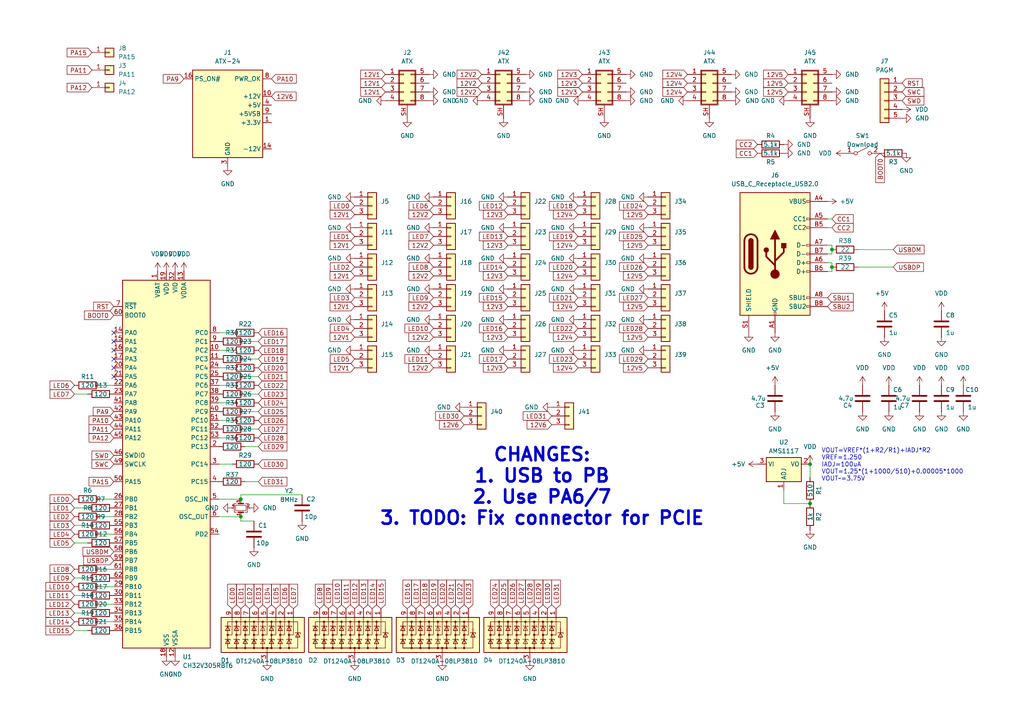
<source format=kicad_sch>
(kicad_sch (version 20250114) (generator "eeschema") (generator_version "9.0")
  (paper "A4")
  (text "CHANGES:\n1. USB to PB\n2. Use PA6/7\n3. TODO: Fix connector for PCIE" (at 157.226 141.224 0) (effects (font (size 3.81 3.81) (thickness 0.762) (bold yes))))
  (text "VOUT=VREF*(1+R2/R1)+IADJ*R2\nVREF=1.250\nIADJ=100uA\nVOUT=1.25*(1+1000/510)+0.00005*1000\nVOUT~=3.75V" (at 238.252 134.874 0) (effects (font (size 1.27 1.27)) (justify left)))
  (junction (at 241.3 72.39))
  (junction (at 234.95 134.62))
  (junction (at 69.85 144.78))
  (junction (at 234.95 146.05))
  (junction (at 241.3 77.47))
  (junction (at 69.85 149.86))
  (no_connect (at 33.02 104.14))
  (no_connect (at 33.02 106.68))
  (no_connect (at 33.02 99.06))
  (no_connect (at 33.02 96.52))
  (no_connect (at 33.02 101.6))
  (no_connect (at 33.02 109.22))
  (wire (pts (xy 241.3 76.2) (xy 240.03 76.2)))
  (wire (pts (xy 67.31 106.68) (xy 63.5 106.68)))
  (wire (pts (xy 29.21 144.78) (xy 33.02 144.78)))
  (wire (pts (xy 67.31 111.76) (xy 63.5 111.76)))
  (wire (pts (xy 74.93 109.22) (xy 71.12 109.22)))
  (wire (pts (xy 240.03 73.66) (xy 241.3 73.66)))
  (wire (pts (xy 241.3 72.39) (xy 241.3 73.66)))
  (wire (pts (xy 67.31 101.6) (xy 63.5 101.6)))
  (wire (pts (xy 21.59 172.72) (xy 25.4 172.72)))
  (wire (pts (xy 241.3 76.2) (xy 241.3 77.47)))
  (wire (pts (xy 21.59 177.8) (xy 25.4 177.8)))
  (wire (pts (xy 259.08 77.47) (xy 248.92 77.47)))
  (wire (pts (xy 67.31 134.62) (xy 63.5 134.62)))
  (wire (pts (xy 29.21 170.18) (xy 33.02 170.18)))
  (wire (pts (xy 74.93 129.54) (xy 71.12 129.54)))
  (wire (pts (xy 29.21 175.26) (xy 33.02 175.26)))
  (wire (pts (xy 241.3 78.74) (xy 240.03 78.74)))
  (wire (pts (xy 67.31 96.52) (xy 63.5 96.52)))
  (wire (pts (xy 74.93 99.06) (xy 71.12 99.06)))
  (wire (pts (xy 21.59 167.64) (xy 25.4 167.64)))
  (wire (pts (xy 69.85 144.78) (xy 63.5 144.78)))
  (wire (pts (xy 21.59 114.3) (xy 25.4 114.3)))
  (wire (pts (xy 74.93 139.7) (xy 71.12 139.7)))
  (wire (pts (xy 21.59 182.88) (xy 25.4 182.88)))
  (wire (pts (xy 74.93 114.3) (xy 71.12 114.3)))
  (wire (pts (xy 74.93 104.14) (xy 71.12 104.14)))
  (wire (pts (xy 67.31 121.92) (xy 63.5 121.92)))
  (wire (pts (xy 227.33 146.05) (xy 227.33 142.24)))
  (wire (pts (xy 63.5 149.86) (xy 69.85 149.86)))
  (wire (pts (xy 21.59 152.4) (xy 25.4 152.4)))
  (wire (pts (xy 67.31 127) (xy 63.5 127)))
  (wire (pts (xy 74.93 124.46) (xy 71.12 124.46)))
  (wire (pts (xy 29.21 180.34) (xy 33.02 180.34)))
  (wire (pts (xy 241.3 71.12) (xy 240.03 71.12)))
  (wire (pts (xy 29.21 154.94) (xy 33.02 154.94)))
  (wire (pts (xy 29.21 149.86) (xy 33.02 149.86)))
  (wire (pts (xy 21.59 147.32) (xy 25.4 147.32)))
  (wire (pts (xy 67.31 116.84) (xy 63.5 116.84)))
  (wire (pts (xy 259.08 72.39) (xy 248.92 72.39)))
  (wire (pts (xy 69.85 149.86) (xy 69.85 151.13)))
  (wire (pts (xy 69.85 151.13) (xy 73.66 151.13)))
  (wire (pts (xy 240.03 63.5) (xy 241.3 63.5)))
  (wire (pts (xy 69.85 143.51) (xy 87.63 143.51)))
  (wire (pts (xy 29.21 111.76) (xy 33.02 111.76)))
  (wire (pts (xy 234.95 146.05) (xy 227.33 146.05)))
  (wire (pts (xy 234.95 134.62) (xy 234.95 138.43)))
  (wire (pts (xy 69.85 143.51) (xy 69.85 144.78)))
  (wire (pts (xy 241.3 71.12) (xy 241.3 72.39)))
  (wire (pts (xy 74.93 119.38) (xy 71.12 119.38)))
  (wire (pts (xy 240.03 66.04) (xy 241.3 66.04)))
  (wire (pts (xy 29.21 165.1) (xy 33.02 165.1)))
  (wire (pts (xy 21.59 157.48) (xy 25.4 157.48)))
  (wire (pts (xy 241.3 77.47) (xy 241.3 78.74)))
  (global_label "CC1" (shape input) (at 219.71 44.45 180) (property "Intersheetrefs" "${INTERSHEET_REFS}" (effects (hide yes))))
  (global_label "12V1" (shape input) (at 111.76 21.59 180) (property "Intersheetrefs" "${INTERSHEET_REFS}" (effects (hide yes))))
  (global_label "LED0" (shape input) (at 21.59 144.78 180) (property "Intersheetrefs" "${INTERSHEET_REFS}" (effects (hide yes))))
  (global_label "RST" (shape input) (at 261.62 24.13 0) (property "Intersheetrefs" "${INTERSHEET_REFS}" (effects (hide yes))))
  (global_label "LED14" (shape input) (at 147.32 77.47 180) (property "Intersheetrefs" "${INTERSHEET_REFS}" (effects (hide yes))))
  (global_label "12V3" (shape input) (at 147.32 88.9 180) (property "Intersheetrefs" "${INTERSHEET_REFS}" (effects (hide yes))))
  (global_label "LED15" (shape input) (at 147.32 86.36 180) (property "Intersheetrefs" "${INTERSHEET_REFS}" (effects (hide yes))))
  (global_label "LED15" (shape input) (at 110.49 176.53 90) (property "Intersheetrefs" "${INTERSHEET_REFS}" (effects (hide yes))))
  (global_label "12V4" (shape input) (at 199.39 21.59 180) (property "Intersheetrefs" "${INTERSHEET_REFS}" (effects (hide yes))))
  (global_label "LED10" (shape input) (at 97.79 176.53 90) (property "Intersheetrefs" "${INTERSHEET_REFS}" (effects (hide yes))))
  (global_label "LED8" (shape input) (at 21.59 165.1 180) (property "Intersheetrefs" "${INTERSHEET_REFS}" (effects (hide yes))))
  (global_label "LED0" (shape input) (at 67.31 176.53 90) (property "Intersheetrefs" "${INTERSHEET_REFS}" (effects (hide yes))))
  (global_label "PA12" (shape input) (at 26.67 25.4 180) (property "Intersheetrefs" "${INTERSHEET_REFS}" (effects (hide yes))))
  (global_label "LED8" (shape input) (at 125.73 77.47 180) (property "Intersheetrefs" "${INTERSHEET_REFS}" (effects (hide yes))))
  (global_label "12V5" (shape input) (at 228.6 24.13 180) (property "Intersheetrefs" "${INTERSHEET_REFS}" (effects (hide yes))))
  (global_label "LED24" (shape input) (at 74.93 116.84 0) (property "Intersheetrefs" "${INTERSHEET_REFS}" (effects (hide yes))))
  (global_label "PA9" (shape input) (at 53.34 22.86 180) (property "Intersheetrefs" "${INTERSHEET_REFS}" (effects (hide yes))))
  (global_label "LED31" (shape input) (at 160.02 120.65 180) (property "Intersheetrefs" "${INTERSHEET_REFS}" (effects (hide yes))))
  (global_label "LED13" (shape input) (at 147.32 68.58 180) (property "Intersheetrefs" "${INTERSHEET_REFS}" (effects (hide yes))))
  (global_label "LED6" (shape input) (at 125.73 59.69 180) (property "Intersheetrefs" "${INTERSHEET_REFS}" (effects (hide yes))))
  (global_label "PA11" (shape input) (at 26.67 20.32 180) (property "Intersheetrefs" "${INTERSHEET_REFS}" (effects (hide yes))))
  (global_label "LED5" (shape input) (at 21.59 157.48 180) (property "Intersheetrefs" "${INTERSHEET_REFS}" (effects (hide yes))))
  (global_label "LED28" (shape input) (at 74.93 127 0) (property "Intersheetrefs" "${INTERSHEET_REFS}" (effects (hide yes))))
  (global_label "12V3" (shape input) (at 147.32 106.68 180) (property "Intersheetrefs" "${INTERSHEET_REFS}" (effects (hide yes))))
  (global_label "12V6" (shape input) (at 78.74 27.94 0) (property "Intersheetrefs" "${INTERSHEET_REFS}" (effects (hide yes))))
  (global_label "SBU1" (shape input) (at 240.03 86.36 0) (property "Intersheetrefs" "${INTERSHEET_REFS}" (effects (hide yes))))
  (global_label "12V1" (shape input) (at 111.76 24.13 180) (property "Intersheetrefs" "${INTERSHEET_REFS}" (effects (hide yes))))
  (global_label "12V5" (shape input) (at 187.96 71.12 180) (property "Intersheetrefs" "${INTERSHEET_REFS}" (effects (hide yes))))
  (global_label "12V5" (shape input) (at 228.6 21.59 180) (property "Intersheetrefs" "${INTERSHEET_REFS}" (effects (hide yes))))
  (global_label "LED30" (shape input) (at 158.75 176.53 90) (property "Intersheetrefs" "${INTERSHEET_REFS}" (effects (hide yes))))
  (global_label "PA10" (shape input) (at 33.02 121.92 180) (property "Intersheetrefs" "${INTERSHEET_REFS}" (effects (hide yes))))
  (global_label "12V3" (shape input) (at 147.32 97.79 180) (property "Intersheetrefs" "${INTERSHEET_REFS}" (effects (hide yes))))
  (global_label "CC2" (shape input) (at 241.3 66.04 0) (property "Intersheetrefs" "${INTERSHEET_REFS}" (effects (hide yes))))
  (global_label "CC1" (shape input) (at 241.3 63.5 0) (property "Intersheetrefs" "${INTERSHEET_REFS}" (effects (hide yes))))
  (global_label "LED10" (shape input) (at 21.59 170.18 180) (property "Intersheetrefs" "${INTERSHEET_REFS}" (effects (hide yes))))
  (global_label "LED17" (shape input) (at 147.32 104.14 180) (property "Intersheetrefs" "${INTERSHEET_REFS}" (effects (hide yes))))
  (global_label "LED10" (shape input) (at 125.73 95.25 180) (property "Intersheetrefs" "${INTERSHEET_REFS}" (effects (hide yes))))
  (global_label "LED30" (shape input) (at 134.62 120.65 180) (property "Intersheetrefs" "${INTERSHEET_REFS}" (effects (hide yes))))
  (global_label "LED2" (shape input) (at 72.39 176.53 90) (property "Intersheetrefs" "${INTERSHEET_REFS}" (effects (hide yes))))
  (global_label "LED7" (shape input) (at 85.09 176.53 90) (property "Intersheetrefs" "${INTERSHEET_REFS}" (effects (hide yes))))
  (global_label "PA9" (shape input) (at 33.02 119.38 180) (property "Intersheetrefs" "${INTERSHEET_REFS}" (effects (hide yes))))
  (global_label "LED17" (shape input) (at 120.65 176.53 90) (property "Intersheetrefs" "${INTERSHEET_REFS}" (effects (hide yes))))
  (global_label "LED4" (shape input) (at 21.59 154.94 180) (property "Intersheetrefs" "${INTERSHEET_REFS}" (effects (hide yes))))
  (global_label "12V1" (shape input) (at 111.76 26.67 180) (property "Intersheetrefs" "${INTERSHEET_REFS}" (effects (hide yes))))
  (global_label "LED21" (shape input) (at 74.93 109.22 0) (property "Intersheetrefs" "${INTERSHEET_REFS}" (effects (hide yes))))
  (global_label "LED19" (shape input) (at 74.93 104.14 0) (property "Intersheetrefs" "${INTERSHEET_REFS}" (effects (hide yes))))
  (global_label "LED14" (shape input) (at 21.59 180.34 180) (property "Intersheetrefs" "${INTERSHEET_REFS}" (effects (hide yes))))
  (global_label "LED3" (shape input) (at 21.59 152.4 180) (property "Intersheetrefs" "${INTERSHEET_REFS}" (effects (hide yes))))
  (global_label "12V4" (shape input) (at 167.64 106.68 180) (property "Intersheetrefs" "${INTERSHEET_REFS}" (effects (hide yes))))
  (global_label "12V4" (shape input) (at 167.64 88.9 180) (property "Intersheetrefs" "${INTERSHEET_REFS}" (effects (hide yes))))
  (global_label "LED22" (shape input) (at 74.93 111.76 0) (property "Intersheetrefs" "${INTERSHEET_REFS}" (effects (hide yes))))
  (global_label "12V5" (shape input) (at 228.6 26.67 180) (property "Intersheetrefs" "${INTERSHEET_REFS}" (effects (hide yes))))
  (global_label "LED16" (shape input) (at 118.11 176.53 90) (property "Intersheetrefs" "${INTERSHEET_REFS}" (effects (hide yes))))
  (global_label "PA15" (shape input) (at 26.67 15.24 180) (property "Intersheetrefs" "${INTERSHEET_REFS}" (effects (hide yes))))
  (global_label "LED24" (shape input) (at 143.51 176.53 90) (property "Intersheetrefs" "${INTERSHEET_REFS}" (effects (hide yes))))
  (global_label "USBDM" (shape input) (at 33.02 160.02 180) (property "Intersheetrefs" "${INTERSHEET_REFS}" (effects (hide yes))))
  (global_label "USBDP" (shape input) (at 259.08 77.47 0) (property "Intersheetrefs" "${INTERSHEET_REFS}" (effects (hide yes))))
  (global_label "12V1" (shape input) (at 102.87 97.79 180) (property "Intersheetrefs" "${INTERSHEET_REFS}" (effects (hide yes))))
  (global_label "LED4" (shape input) (at 102.87 95.25 180) (property "Intersheetrefs" "${INTERSHEET_REFS}" (effects (hide yes))))
  (global_label "12V2" (shape input) (at 125.73 80.01 180) (property "Intersheetrefs" "${INTERSHEET_REFS}" (effects (hide yes))))
  (global_label "LED28" (shape input) (at 153.67 176.53 90) (property "Intersheetrefs" "${INTERSHEET_REFS}" (effects (hide yes))))
  (global_label "LED23" (shape input) (at 135.89 176.53 90) (property "Intersheetrefs" "${INTERSHEET_REFS}" (effects (hide yes))))
  (global_label "12V3" (shape input) (at 147.32 62.23 180) (property "Intersheetrefs" "${INTERSHEET_REFS}" (effects (hide yes))))
  (global_label "LED11" (shape input) (at 21.59 172.72 180) (property "Intersheetrefs" "${INTERSHEET_REFS}" (effects (hide yes))))
  (global_label "LED31" (shape input) (at 74.93 139.7 0) (property "Intersheetrefs" "${INTERSHEET_REFS}" (effects (hide yes))))
  (global_label "LED21" (shape input) (at 130.81 176.53 90) (property "Intersheetrefs" "${INTERSHEET_REFS}" (effects (hide yes))))
  (global_label "LED9" (shape input) (at 125.73 86.36 180) (property "Intersheetrefs" "${INTERSHEET_REFS}" (effects (hide yes))))
  (global_label "LED13" (shape input) (at 21.59 177.8 180) (property "Intersheetrefs" "${INTERSHEET_REFS}" (effects (hide yes))))
  (global_label "PA10" (shape input) (at 78.74 22.86 0) (property "Intersheetrefs" "${INTERSHEET_REFS}" (effects (hide yes))))
  (global_label "PA11" (shape input) (at 33.02 124.46 180) (property "Intersheetrefs" "${INTERSHEET_REFS}" (effects (hide yes))))
  (global_label "LED26" (shape input) (at 148.59 176.53 90) (property "Intersheetrefs" "${INTERSHEET_REFS}" (effects (hide yes))))
  (global_label "LED23" (shape input) (at 74.93 114.3 0) (property "Intersheetrefs" "${INTERSHEET_REFS}" (effects (hide yes))))
  (global_label "12V5" (shape input) (at 187.96 97.79 180) (property "Intersheetrefs" "${INTERSHEET_REFS}" (effects (hide yes))))
  (global_label "LED27" (shape input) (at 151.13 176.53 90) (property "Intersheetrefs" "${INTERSHEET_REFS}" (effects (hide yes))))
  (global_label "LED19" (shape input) (at 167.64 68.58 180) (property "Intersheetrefs" "${INTERSHEET_REFS}" (effects (hide yes))))
  (global_label "12V2" (shape input) (at 125.73 97.79 180) (property "Intersheetrefs" "${INTERSHEET_REFS}" (effects (hide yes))))
  (global_label "LED1" (shape input) (at 21.59 147.32 180) (property "Intersheetrefs" "${INTERSHEET_REFS}" (effects (hide yes))))
  (global_label "12V2" (shape input) (at 139.7 21.59 180) (property "Intersheetrefs" "${INTERSHEET_REFS}" (effects (hide yes))))
  (global_label "12V2" (shape input) (at 125.73 88.9 180) (property "Intersheetrefs" "${INTERSHEET_REFS}" (effects (hide yes))))
  (global_label "LED5" (shape input) (at 102.87 104.14 180) (property "Intersheetrefs" "${INTERSHEET_REFS}" (effects (hide yes))))
  (global_label "12V5" (shape input) (at 187.96 80.01 180) (property "Intersheetrefs" "${INTERSHEET_REFS}" (effects (hide yes))))
  (global_label "12V3" (shape input) (at 168.91 26.67 180) (property "Intersheetrefs" "${INTERSHEET_REFS}" (effects (hide yes))))
  (global_label "LED7" (shape input) (at 21.59 114.3 180) (property "Intersheetrefs" "${INTERSHEET_REFS}" (effects (hide yes))))
  (global_label "12V3" (shape input) (at 168.91 21.59 180) (property "Intersheetrefs" "${INTERSHEET_REFS}" (effects (hide yes))))
  (global_label "LED27" (shape input) (at 187.96 86.36 180) (property "Intersheetrefs" "${INTERSHEET_REFS}" (effects (hide yes))))
  (global_label "LED27" (shape input) (at 74.93 124.46 0) (property "Intersheetrefs" "${INTERSHEET_REFS}" (effects (hide yes))))
  (global_label "LED20" (shape input) (at 128.27 176.53 90) (property "Intersheetrefs" "${INTERSHEET_REFS}" (effects (hide yes))))
  (global_label "LED4" (shape input) (at 77.47 176.53 90) (property "Intersheetrefs" "${INTERSHEET_REFS}" (effects (hide yes))))
  (global_label "LED16" (shape input) (at 74.93 96.52 0) (property "Intersheetrefs" "${INTERSHEET_REFS}" (effects (hide yes))))
  (global_label "LED8" (shape input) (at 92.71 176.53 90) (property "Intersheetrefs" "${INTERSHEET_REFS}" (effects (hide yes))))
  (global_label "RST" (shape input) (at 33.02 88.9 180) (property "Intersheetrefs" "${INTERSHEET_REFS}" (effects (hide yes))))
  (global_label "LED26" (shape input) (at 187.96 77.47 180) (property "Intersheetrefs" "${INTERSHEET_REFS}" (effects (hide yes))))
  (global_label "LED9" (shape input) (at 95.25 176.53 90) (property "Intersheetrefs" "${INTERSHEET_REFS}" (effects (hide yes))))
  (global_label "LED20" (shape input) (at 74.93 106.68 0) (property "Intersheetrefs" "${INTERSHEET_REFS}" (effects (hide yes))))
  (global_label "12V1" (shape input) (at 102.87 88.9 180) (property "Intersheetrefs" "${INTERSHEET_REFS}" (effects (hide yes))))
  (global_label "LED2" (shape input) (at 102.87 77.47 180) (property "Intersheetrefs" "${INTERSHEET_REFS}" (effects (hide yes))))
  (global_label "LED11" (shape input) (at 125.73 104.14 180) (property "Intersheetrefs" "${INTERSHEET_REFS}" (effects (hide yes))))
  (global_label "LED31" (shape input) (at 161.29 176.53 90) (property "Intersheetrefs" "${INTERSHEET_REFS}" (effects (hide yes))))
  (global_label "LED2" (shape input) (at 21.59 149.86 180) (property "Intersheetrefs" "${INTERSHEET_REFS}" (effects (hide yes))))
  (global_label "SWD" (shape input) (at 33.02 132.08 180) (property "Intersheetrefs" "${INTERSHEET_REFS}" (effects (hide yes))))
  (global_label "LED21" (shape input) (at 167.64 86.36 180) (property "Intersheetrefs" "${INTERSHEET_REFS}" (effects (hide yes))))
  (global_label "PA15" (shape input) (at 33.02 139.7 180) (property "Intersheetrefs" "${INTERSHEET_REFS}" (effects (hide yes))))
  (global_label "LED25" (shape input) (at 146.05 176.53 90) (property "Intersheetrefs" "${INTERSHEET_REFS}" (effects (hide yes))))
  (global_label "12V2" (shape input) (at 125.73 62.23 180) (property "Intersheetrefs" "${INTERSHEET_REFS}" (effects (hide yes))))
  (global_label "12V4" (shape input) (at 199.39 26.67 180) (property "Intersheetrefs" "${INTERSHEET_REFS}" (effects (hide yes))))
  (global_label "12V5" (shape input) (at 187.96 88.9 180) (property "Intersheetrefs" "${INTERSHEET_REFS}" (effects (hide yes))))
  (global_label "LED22" (shape input) (at 167.64 95.25 180) (property "Intersheetrefs" "${INTERSHEET_REFS}" (effects (hide yes))))
  (global_label "LED15" (shape input) (at 21.59 182.88 180) (property "Intersheetrefs" "${INTERSHEET_REFS}" (effects (hide yes))))
  (global_label "12V2" (shape input) (at 125.73 71.12 180) (property "Intersheetrefs" "${INTERSHEET_REFS}" (effects (hide yes))))
  (global_label "SWC" (shape input) (at 261.62 26.67 0) (property "Intersheetrefs" "${INTERSHEET_REFS}" (effects (hide yes))))
  (global_label "12V6" (shape input) (at 160.02 123.19 180) (property "Intersheetrefs" "${INTERSHEET_REFS}" (effects (hide yes))))
  (global_label "12V2" (shape input) (at 125.73 106.68 180) (property "Intersheetrefs" "${INTERSHEET_REFS}" (effects (hide yes))))
  (global_label "12V3" (shape input) (at 147.32 80.01 180) (property "Intersheetrefs" "${INTERSHEET_REFS}" (effects (hide yes))))
  (global_label "12V4" (shape input) (at 167.64 62.23 180) (property "Intersheetrefs" "${INTERSHEET_REFS}" (effects (hide yes))))
  (global_label "12V1" (shape input) (at 102.87 62.23 180) (property "Intersheetrefs" "${INTERSHEET_REFS}" (effects (hide yes))))
  (global_label "LED29" (shape input) (at 187.96 104.14 180) (property "Intersheetrefs" "${INTERSHEET_REFS}" (effects (hide yes))))
  (global_label "12V6" (shape input) (at 134.62 123.19 180) (property "Intersheetrefs" "${INTERSHEET_REFS}" (effects (hide yes))))
  (global_label "PA12" (shape input) (at 33.02 127 180) (property "Intersheetrefs" "${INTERSHEET_REFS}" (effects (hide yes))))
  (global_label "LED30" (shape input) (at 74.93 134.62 0) (property "Intersheetrefs" "${INTERSHEET_REFS}" (effects (hide yes))))
  (global_label "LED19" (shape input) (at 125.73 176.53 90) (property "Intersheetrefs" "${INTERSHEET_REFS}" (effects (hide yes))))
  (global_label "LED9" (shape input) (at 21.59 167.64 180) (property "Intersheetrefs" "${INTERSHEET_REFS}" (effects (hide yes))))
  (global_label "12V4" (shape input) (at 167.64 71.12 180) (property "Intersheetrefs" "${INTERSHEET_REFS}" (effects (hide yes))))
  (global_label "LED12" (shape input) (at 147.32 59.69 180) (property "Intersheetrefs" "${INTERSHEET_REFS}" (effects (hide yes))))
  (global_label "LED0" (shape input) (at 102.87 59.69 180) (property "Intersheetrefs" "${INTERSHEET_REFS}" (effects (hide yes))))
  (global_label "LED12" (shape input) (at 102.87 176.53 90) (property "Intersheetrefs" "${INTERSHEET_REFS}" (effects (hide yes))))
  (global_label "12V1" (shape input) (at 102.87 80.01 180) (property "Intersheetrefs" "${INTERSHEET_REFS}" (effects (hide yes))))
  (global_label "LED25" (shape input) (at 74.93 119.38 0) (property "Intersheetrefs" "${INTERSHEET_REFS}" (effects (hide yes))))
  (global_label "USBDP" (shape input) (at 33.02 162.56 180) (property "Intersheetrefs" "${INTERSHEET_REFS}" (effects (hide yes))))
  (global_label "12V2" (shape input) (at 139.7 24.13 180) (property "Intersheetrefs" "${INTERSHEET_REFS}" (effects (hide yes))))
  (global_label "LED24" (shape input) (at 187.96 59.69 180) (property "Intersheetrefs" "${INTERSHEET_REFS}" (effects (hide yes))))
  (global_label "CC2" (shape input) (at 219.71 41.91 180) (property "Intersheetrefs" "${INTERSHEET_REFS}" (effects (hide yes))))
  (global_label "LED11" (shape input) (at 100.33 176.53 90) (property "Intersheetrefs" "${INTERSHEET_REFS}" (effects (hide yes))))
  (global_label "LED28" (shape input) (at 187.96 95.25 180) (property "Intersheetrefs" "${INTERSHEET_REFS}" (effects (hide yes))))
  (global_label "BOOT0" (shape input) (at 255.27 44.45 270) (property "Intersheetrefs" "${INTERSHEET_REFS}" (effects (hide yes))))
  (global_label "LED3" (shape input) (at 102.87 86.36 180) (property "Intersheetrefs" "${INTERSHEET_REFS}" (effects (hide yes))))
  (global_label "12V1" (shape input) (at 102.87 71.12 180) (property "Intersheetrefs" "${INTERSHEET_REFS}" (effects (hide yes))))
  (global_label "LED6" (shape input) (at 82.55 176.53 90) (property "Intersheetrefs" "${INTERSHEET_REFS}" (effects (hide yes))))
  (global_label "12V4" (shape input) (at 167.64 97.79 180) (property "Intersheetrefs" "${INTERSHEET_REFS}" (effects (hide yes))))
  (global_label "12V5" (shape input) (at 187.96 106.68 180) (property "Intersheetrefs" "${INTERSHEET_REFS}" (effects (hide yes))))
  (global_label "LED1" (shape input) (at 69.85 176.53 90) (property "Intersheetrefs" "${INTERSHEET_REFS}" (effects (hide yes))))
  (global_label "LED23" (shape input) (at 167.64 104.14 180) (property "Intersheetrefs" "${INTERSHEET_REFS}" (effects (hide yes))))
  (global_label "LED5" (shape input) (at 80.01 176.53 90) (property "Intersheetrefs" "${INTERSHEET_REFS}" (effects (hide yes))))
  (global_label "LED29" (shape input) (at 156.21 176.53 90) (property "Intersheetrefs" "${INTERSHEET_REFS}" (effects (hide yes))))
  (global_label "12V2" (shape input) (at 139.7 26.67 180) (property "Intersheetrefs" "${INTERSHEET_REFS}" (effects (hide yes))))
  (global_label "LED25" (shape input) (at 187.96 68.58 180) (property "Intersheetrefs" "${INTERSHEET_REFS}" (effects (hide yes))))
  (global_label "LED6" (shape input) (at 21.59 111.76 180) (property "Intersheetrefs" "${INTERSHEET_REFS}" (effects (hide yes))))
  (global_label "LED18" (shape input) (at 167.64 59.69 180) (property "Intersheetrefs" "${INTERSHEET_REFS}" (effects (hide yes))))
  (global_label "LED16" (shape input) (at 147.32 95.25 180) (property "Intersheetrefs" "${INTERSHEET_REFS}" (effects (hide yes))))
  (global_label "12V4" (shape input) (at 167.64 80.01 180) (property "Intersheetrefs" "${INTERSHEET_REFS}" (effects (hide yes))))
  (global_label "LED12" (shape input) (at 21.59 175.26 180) (property "Intersheetrefs" "${INTERSHEET_REFS}" (effects (hide yes))))
  (global_label "SWD" (shape input) (at 261.62 29.21 0) (property "Intersheetrefs" "${INTERSHEET_REFS}" (effects (hide yes))))
  (global_label "LED18" (shape input) (at 123.19 176.53 90) (property "Intersheetrefs" "${INTERSHEET_REFS}" (effects (hide yes))))
  (global_label "LED22" (shape input) (at 133.35 176.53 90) (property "Intersheetrefs" "${INTERSHEET_REFS}" (effects (hide yes))))
  (global_label "SBU2" (shape input) (at 240.03 88.9 0) (property "Intersheetrefs" "${INTERSHEET_REFS}" (effects (hide yes))))
  (global_label "LED26" (shape input) (at 74.93 121.92 0) (property "Intersheetrefs" "${INTERSHEET_REFS}" (effects (hide yes))))
  (global_label "BOOT0" (shape input) (at 33.02 91.44 180) (property "Intersheetrefs" "${INTERSHEET_REFS}" (effects (hide yes))))
  (global_label "12V5" (shape input) (at 187.96 62.23 180) (property "Intersheetrefs" "${INTERSHEET_REFS}" (effects (hide yes))))
  (global_label "USBDM" (shape input) (at 259.08 72.39 0) (property "Intersheetrefs" "${INTERSHEET_REFS}" (effects (hide yes))))
  (global_label "LED17" (shape input) (at 74.93 99.06 0) (property "Intersheetrefs" "${INTERSHEET_REFS}" (effects (hide yes))))
  (global_label "12V3" (shape input) (at 168.91 24.13 180) (property "Intersheetrefs" "${INTERSHEET_REFS}" (effects (hide yes))))
  (global_label "LED3" (shape input) (at 74.93 176.53 90) (property "Intersheetrefs" "${INTERSHEET_REFS}" (effects (hide yes))))
  (global_label "LED20" (shape input) (at 167.64 77.47 180) (property "Intersheetrefs" "${INTERSHEET_REFS}" (effects (hide yes))))
  (global_label "LED7" (shape input) (at 125.73 68.58 180) (property "Intersheetrefs" "${INTERSHEET_REFS}" (effects (hide yes))))
  (global_label "12V3" (shape input) (at 147.32 71.12 180) (property "Intersheetrefs" "${INTERSHEET_REFS}" (effects (hide yes))))
  (global_label "LED13" (shape input) (at 105.41 176.53 90) (property "Intersheetrefs" "${INTERSHEET_REFS}" (effects (hide yes))))
  (global_label "LED14" (shape input) (at 107.95 176.53 90) (property "Intersheetrefs" "${INTERSHEET_REFS}" (effects (hide yes))))
  (global_label "12V1" (shape input) (at 102.87 106.68 180) (property "Intersheetrefs" "${INTERSHEET_REFS}" (effects (hide yes))))
  (global_label "LED29" (shape input) (at 74.93 129.54 0) (property "Intersheetrefs" "${INTERSHEET_REFS}" (effects (hide yes))))
  (global_label "LED1" (shape input) (at 102.87 68.58 180) (property "Intersheetrefs" "${INTERSHEET_REFS}" (effects (hide yes))))
  (global_label "SWC" (shape input) (at 33.02 134.62 180) (property "Intersheetrefs" "${INTERSHEET_REFS}" (effects (hide yes))))
  (global_label "LED18" (shape input) (at 74.93 101.6 0) (property "Intersheetrefs" "${INTERSHEET_REFS}" (effects (hide yes))))
  (global_label "12V4" (shape input) (at 199.39 24.13 180) (property "Intersheetrefs" "${INTERSHEET_REFS}" (effects (hide yes))))
  (symbol (lib_id "Device:R") (at 29.21 152.4 270) (unit 1)
    (property "Reference" "R9" (at 29.21 149.86 90))
    (property "Value" "120" (at 29.21 152.4 90))
    (property "Footprint" "Resistor_SMD:R_0402_1005Metric" (effects (hide yes)))
    (property "LCSC" "C25079" (effects (hide yes)))
  )
  (symbol (lib_name "GND_2") (lib_id "power:GND") (at 257.81 119.38 0) (unit 1)
    (property "Reference" "#PWR014" (effects (hide yes)))
    (property "Value" "GND" (at 257.81 124.46 0))
    (property "Description" "Power symbol creates a global label with name \"GND\" , ground" (effects (hide yes)))
  )
  (symbol (lib_id "Power_Protection:DT1240A-08LP3810") (at 77.47 184.15 0) (mirror y) (unit 1)
    (property "Reference" "D1" (at 64.008 191.516 0) (effects (justify right)))
    (property "Value" "DT1240A-08LP3810" (at 68.326 191.77 0) (effects (justify right)))
    (property "Footprint" "Package_DFN_QFN:UDFN-9_1.0x3.8mm_P0.5mm" (effects (hide yes)))
    (property "Datasheet" "https://www.diodes.com/assets/Datasheets/DT1240A-08LP3810.pdf" (effects (hide yes)))
    (property "Description" "Low Capacitance TVS Diode Array, 3.3V Standoff, 8 Channels, UDFN-9" (effects (hide yes)))
    (property "LCSC" "C526598" (effects (hide yes)))
  )
  (symbol (lib_name "GND_2") (lib_id "power:GND") (at 212.09 21.59 90) (unit 1)
    (property "Reference" "#PWR089" (effects (hide yes)))
    (property "Value" "GND" (at 215.9 21.5899 90) (effects (justify right)))
    (property "Description" "Power symbol creates a global label with name \"GND\" , ground" (effects (hide yes)))
  )
  (symbol (lib_name "VDD_1") (lib_id "power:VDD") (at 273.05 90.17 0) (unit 1)
    (property "Reference" "#PWR031" (effects (hide yes)))
    (property "Value" "VDD" (at 273.05 85.09 0))
    (property "Description" "Power symbol creates a global label with name \"VDD\"" (effects (hide yes)))
  )
  (symbol (lib_id "Connector_Generic:Conn_01x03") (at 139.7 120.65 0) (unit 1)
    (property "Reference" "J40" (at 142.24 119.3799 0) (effects (justify left)))
    (property "Value" "LED" (effects (hide yes)))
    (property "Footprint" "TerminalBlock_TE-Connectivity:TerminalBlock_TE_282834-3_1x03_P2.54mm_Horizontal" (effects (hide yes)))
    (property "Description" "Generic connector, single row, 01x03, script generated (kicad-library-utils/schlib/autogen/connector/)" (effects (hide yes)))
    (property "LCSC" "C234181" (effects (hide yes)))
  )
  (symbol (lib_id "Device:C") (at 87.63 147.32 180) (unit 1)
    (property "Reference" "C2" (at 90.17 144.78 0))
    (property "Value" "10p" (at 90.17 149.86 0))
    (property "Footprint" "Resistor_SMD:R_0402_1005Metric" (effects (hide yes)))
    (property "LCSC" "C32949" (effects (hide yes)))
  )
  (symbol (lib_id "Connector_Generic:Conn_01x03") (at 165.1 120.65 0) (unit 1)
    (property "Reference" "J41" (at 167.64 119.3799 0) (effects (justify left)))
    (property "Value" "LED" (effects (hide yes)))
    (property "Footprint" "TerminalBlock_TE-Connectivity:TerminalBlock_TE_282834-3_1x03_P2.54mm_Horizontal" (effects (hide yes)))
    (property "Description" "Generic connector, single row, 01x03, script generated (kicad-library-utils/schlib/autogen/connector/)" (effects (hide yes)))
    (property "LCSC" "C234181" (effects (hide yes)))
  )
  (symbol (lib_id "Device:R") (at 25.4 111.76 270) (unit 1)
    (property "Reference" "R11" (at 25.4 109.22 90))
    (property "Value" "120" (at 25.4 111.76 90))
    (property "Footprint" "Resistor_SMD:R_0402_1005Metric" (effects (hide yes)))
    (property "LCSC" "C25079" (effects (hide yes)))
  )
  (symbol (lib_name "VDD_2") (lib_id "power:VDD") (at 257.81 111.76 0) (unit 1)
    (property "Reference" "#PWR022" (effects (hide yes)))
    (property "Value" "VDD" (at 257.81 106.68 0))
    (property "Description" "Power symbol creates a global label with name \"VDD\"" (effects (hide yes)))
  )
  (symbol (lib_id "Connector_Generic:Conn_01x03") (at 152.4 77.47 0) (unit 1)
    (property "Reference" "J24" (at 154.94 76.1999 0) (effects (justify left)))
    (property "Value" "LED" (effects (hide yes)))
    (property "Footprint" "TerminalBlock_TE-Connectivity:TerminalBlock_TE_282834-3_1x03_P2.54mm_Horizontal" (effects (hide yes)))
    (property "Description" "Generic connector, single row, 01x03, script generated (kicad-library-utils/schlib/autogen/connector/)" (effects (hide yes)))
    (property "LCSC" "C234181" (effects (hide yes)))
  )
  (symbol (lib_id "Device:R") (at 223.52 44.45 90) (unit 1)
    (property "Reference" "R5" (at 223.52 46.99 90))
    (property "Value" "5.1k" (at 223.52 44.45 90))
    (property "Footprint" "Resistor_SMD:R_0402_1005Metric" (effects (hide yes)))
    (property "LCSC" "C25905" (effects (hide yes)))
  )
  (symbol (lib_id "Connector_Generic:Conn_01x03") (at 152.4 104.14 0) (unit 1)
    (property "Reference" "J27" (at 154.94 102.8699 0) (effects (justify left)))
    (property "Value" "LED" (effects (hide yes)))
    (property "Footprint" "TerminalBlock_TE-Connectivity:TerminalBlock_TE_282834-3_1x03_P2.54mm_Horizontal" (effects (hide yes)))
    (property "Description" "Generic connector, single row, 01x03, script generated (kicad-library-utils/schlib/autogen/connector/)" (effects (hide yes)))
    (property "LCSC" "C234181" (effects (hide yes)))
  )
  (symbol (lib_id "Device:R") (at 71.12 106.68 90) (mirror x) (unit 1)
    (property "Reference" "R24" (at 71.12 104.14 90))
    (property "Value" "120" (at 71.12 106.68 90))
    (property "Footprint" "Resistor_SMD:R_0402_1005Metric" (effects (hide yes)))
    (property "LCSC" "C25079" (effects (hide yes)))
  )
  (symbol (lib_name "GND_1") (lib_id "power:GND") (at 187.96 74.93 270) (unit 1)
    (property "Reference" "#PWR066" (effects (hide yes)))
    (property "Value" "GND" (at 184.15 74.9299 90) (effects (justify right)))
    (property "Description" "Power symbol creates a global label with name \"GND\" , ground" (effects (hide yes)))
  )
  (symbol (lib_name "GND_2") (lib_id "power:GND") (at 152.4 26.67 90) (unit 1)
    (property "Reference" "#PWR080" (effects (hide yes)))
    (property "Value" "GND" (at 156.21 26.6699 90) (effects (justify right)))
    (property "Description" "Power symbol creates a global label with name \"GND\" , ground" (effects (hide yes)))
  )
  (symbol (lib_name "GND_1") (lib_id "power:GND") (at 167.64 74.93 270) (unit 1)
    (property "Reference" "#PWR060" (effects (hide yes)))
    (property "Value" "GND" (at 163.83 74.9299 90) (effects (justify right)))
    (property "Description" "Power symbol creates a global label with name \"GND\" , ground" (effects (hide yes)))
  )
  (symbol (lib_id "Device:R") (at 29.21 157.48 270) (unit 1)
    (property "Reference" "R12" (at 29.21 154.94 90))
    (property "Value" "120" (at 29.21 157.48 90))
    (property "Footprint" "Resistor_SMD:R_0402_1005Metric" (effects (hide yes)))
    (property "LCSC" "C25079" (effects (hide yes)))
  )
  (symbol (lib_id "Device:R") (at 29.21 182.88 270) (unit 1)
    (property "Reference" "R21" (at 29.21 180.34 90))
    (property "Value" "120" (at 29.21 182.88 90))
    (property "Footprint" "Resistor_SMD:R_0402_1005Metric" (effects (hide yes)))
    (property "LCSC" "C25079" (effects (hide yes)))
  )
  (symbol (lib_id "Connector_Generic:Conn_01x03") (at 107.95 59.69 0) (unit 1)
    (property "Reference" "J5" (at 110.49 58.4199 0) (effects (justify left)))
    (property "Value" "LED" (effects (hide yes)))
    (property "Footprint" "TerminalBlock_TE-Connectivity:TerminalBlock_TE_282834-3_1x03_P2.54mm_Horizontal" (effects (hide yes)))
    (property "Description" "Generic connector, single row, 01x03, script generated (kicad-library-utils/schlib/autogen/connector/)" (effects (hide yes)))
    (property "LCSC" "C234181" (effects (hide yes)))
  )
  (symbol (lib_name "GND_2") (lib_id "power:GND") (at 279.4 119.38 0) (unit 1)
    (property "Reference" "#PWR0100" (effects (hide yes)))
    (property "Value" "GND" (at 279.4 124.46 0))
    (property "Description" "Power symbol creates a global label with name \"GND\" , ground" (effects (hide yes)))
  )
  (symbol (lib_name "GND_2") (lib_id "power:GND") (at 212.09 26.67 90) (unit 1)
    (property "Reference" "#PWR090" (effects (hide yes)))
    (property "Value" "GND" (at 215.9 26.6699 90) (effects (justify right)))
    (property "Description" "Power symbol creates a global label with name \"GND\" , ground" (effects (hide yes)))
  )
  (symbol (lib_id "Device:R") (at 71.12 101.6 90) (mirror x) (unit 1)
    (property "Reference" "R23" (at 71.12 99.06 90))
    (property "Value" "120" (at 71.12 101.6 90))
    (property "Footprint" "Resistor_SMD:R_0402_1005Metric" (effects (hide yes)))
    (property "LCSC" "C25079" (effects (hide yes)))
  )
  (symbol (lib_id "Connector_Generic:Conn_01x03") (at 130.81 68.58 0) (unit 1)
    (property "Reference" "J17" (at 133.35 67.3099 0) (effects (justify left)))
    (property "Value" "LED" (effects (hide yes)))
    (property "Footprint" "TerminalBlock_TE-Connectivity:TerminalBlock_TE_282834-3_1x03_P2.54mm_Horizontal" (effects (hide yes)))
    (property "Description" "Generic connector, single row, 01x03, script generated (kicad-library-utils/schlib/autogen/connector/)" (effects (hide yes)))
    (property "LCSC" "C234181" (effects (hide yes)))
  )
  (symbol (lib_id "Connector_Generic:Conn_01x03") (at 107.95 95.25 0) (unit 1)
    (property "Reference" "J14" (at 110.49 93.9799 0) (effects (justify left)))
    (property "Value" "LED" (effects (hide yes)))
    (property "Footprint" "TerminalBlock_TE-Connectivity:TerminalBlock_TE_282834-3_1x03_P2.54mm_Horizontal" (effects (hide yes)))
    (property "Description" "Generic connector, single row, 01x03, script generated (kicad-library-utils/schlib/autogen/connector/)" (effects (hide yes)))
    (property "LCSC" "C234181" (effects (hide yes)))
  )
  (symbol (lib_id "Device:R") (at 67.31 129.54 90) (mirror x) (unit 1)
    (property "Reference" "R36" (at 67.31 127 90))
    (property "Value" "120" (at 67.31 129.54 90))
    (property "Footprint" "Resistor_SMD:R_0402_1005Metric" (effects (hide yes)))
    (property "LCSC" "C25079" (effects (hide yes)))
  )
  (symbol (lib_id "Device:C") (at 279.4 115.57 180) (unit 1)
    (property "Reference" "C10" (at 281.94 113.03 0))
    (property "Value" "1u" (at 281.94 118.11 0))
    (property "Footprint" "Resistor_SMD:R_0402_1005Metric" (effects (hide yes)))
    (property "LCSC" "C52923" (effects (hide yes)))
  )
  (symbol (lib_name "GND_1") (lib_id "power:GND") (at 125.73 57.15 270) (unit 1)
    (property "Reference" "#PWR045" (effects (hide yes)))
    (property "Value" "GND" (at 121.92 57.1499 90) (effects (justify right)))
    (property "Description" "Power symbol creates a global label with name \"GND\" , ground" (effects (hide yes)))
  )
  (symbol (lib_id "Connector_Generic:Conn_01x03") (at 152.4 59.69 0) (unit 1)
    (property "Reference" "J22" (at 154.94 58.4199 0) (effects (justify left)))
    (property "Value" "LED" (effects (hide yes)))
    (property "Footprint" "TerminalBlock_TE-Connectivity:TerminalBlock_TE_282834-3_1x03_P2.54mm_Horizontal" (effects (hide yes)))
    (property "Description" "Generic connector, single row, 01x03, script generated (kicad-library-utils/schlib/autogen/connector/)" (effects (hide yes)))
    (property "LCSC" "C234181" (effects (hide yes)))
  )
  (symbol (lib_name "GND_2") (lib_id "power:GND") (at 124.46 26.67 90) (unit 1)
    (property "Reference" "#PWR075" (effects (hide yes)))
    (property "Value" "GND" (at 128.27 26.6699 90) (effects (justify right)))
    (property "Description" "Power symbol creates a global label with name \"GND\" , ground" (effects (hide yes)))
  )
  (symbol (lib_id "Device:R") (at 71.12 96.52 90) (mirror x) (unit 1)
    (property "Reference" "R22" (at 71.12 93.98 90))
    (property "Value" "120" (at 71.12 96.52 90))
    (property "Footprint" "Resistor_SMD:R_0402_1005Metric" (effects (hide yes)))
    (property "LCSC" "C25079" (effects (hide yes)))
  )
  (symbol (lib_name "VDD_2") (lib_id "power:VDD") (at 266.7 111.76 0) (unit 1)
    (property "Reference" "#PWR027" (effects (hide yes)))
    (property "Value" "VDD" (at 266.7 106.68 0))
    (property "Description" "Power symbol creates a global label with name \"VDD\"" (effects (hide yes)))
  )
  (symbol (lib_id "Device:R") (at 29.21 167.64 270) (unit 1)
    (property "Reference" "R16" (at 29.21 165.1 90))
    (property "Value" "120" (at 29.21 167.64 90))
    (property "Footprint" "Resistor_SMD:R_0402_1005Metric" (effects (hide yes)))
    (property "LCSC" "C25079" (effects (hide yes)))
  )
  (symbol (lib_name "GND_2") (lib_id "power:GND") (at 181.61 21.59 90) (unit 1)
    (property "Reference" "#PWR084" (effects (hide yes)))
    (property "Value" "GND" (at 185.42 21.5899 90) (effects (justify right)))
    (property "Description" "Power symbol creates a global label with name \"GND\" , ground" (effects (hide yes)))
  )
  (symbol (lib_name "GND_1") (lib_id "power:GND") (at 102.87 83.82 270) (unit 1)
    (property "Reference" "#PWR042" (effects (hide yes)))
    (property "Value" "GND" (at 99.06 83.8199 90) (effects (justify right)))
    (property "Description" "Power symbol creates a global label with name \"GND\" , ground" (effects (hide yes)))
  )
  (symbol (lib_name "GND_2") (lib_id "power:GND") (at 152.4 21.59 90) (unit 1)
    (property "Reference" "#PWR079" (effects (hide yes)))
    (property "Value" "GND" (at 156.21 21.5899 90) (effects (justify right)))
    (property "Description" "Power symbol creates a global label with name \"GND\" , ground" (effects (hide yes)))
  )
  (symbol (lib_name "GND_2") (lib_id "power:GND") (at 199.39 29.21 270) (unit 1)
    (property "Reference" "#PWR077" (effects (hide yes)))
    (property "Value" "GND" (at 195.58 29.2099 90) (effects (justify right)))
    (property "Description" "Power symbol creates a global label with name \"GND\" , ground" (effects (hide yes)))
  )
  (symbol (lib_name "GND_1") (lib_id "power:GND") (at 167.64 101.6 270) (unit 1)
    (property "Reference" "#PWR063" (effects (hide yes)))
    (property "Value" "GND" (at 163.83 101.5999 90) (effects (justify right)))
    (property "Description" "Power symbol creates a global label with name \"GND\" , ground" (effects (hide yes)))
  )
  (symbol (lib_name "GND_2") (lib_id "power:GND") (at 146.05 34.29 0) (unit 1)
    (property "Reference" "#PWR072" (effects (hide yes)))
    (property "Value" "GND" (at 146.05 39.37 0))
    (property "Description" "Power symbol creates a global label with name \"GND\" , ground" (effects (hide yes)))
  )
  (symbol (lib_name "GND_1") (lib_id "power:GND") (at 134.62 118.11 270) (unit 1)
    (property "Reference" "#PWR070" (effects (hide yes)))
    (property "Value" "GND" (at 130.81 118.1099 90) (effects (justify right)))
    (property "Description" "Power symbol creates a global label with name \"GND\" , ground" (effects (hide yes)))
  )
  (symbol (lib_id "Device:C") (at 266.7 115.57 180) (unit 1)
    (property "Reference" "C7" (at 262.382 117.602 0))
    (property "Value" "4.7u" (at 261.874 115.57 0))
    (property "Footprint" "Capacitor_SMD:C_0805_2012Metric" (effects (hide yes)))
    (property "LCSC" "C1779" (effects (hide yes)))
  )
  (symbol (lib_id "Connector_Generic:Conn_01x05") (at 256.54 29.21 0) (mirror y) (unit 1)
    (property "Reference" "J7" (at 256.54 17.78 0))
    (property "Value" "PAGM" (at 256.54 20.32 0))
    (property "Footprint" "Connector_PinHeader_2.54mm:PinHeader_1x05_P2.54mm_Vertical" (effects (hide yes)))
    (property "Description" "Generic connector, single row, 01x05, script generated (kicad-library-utils/schlib/autogen/connector/)" (effects (hide yes)))
    (property "LCSC" "C32713271" (effects (hide yes)))
  )
  (symbol (lib_name "GND_1") (lib_id "power:GND") (at 167.64 92.71 270) (unit 1)
    (property "Reference" "#PWR062" (effects (hide yes)))
    (property "Value" "GND" (at 163.83 92.7099 90) (effects (justify right)))
    (property "Description" "Power symbol creates a global label with name \"GND\" , ground" (effects (hide yes)))
  )
  (symbol (lib_id "Connector_Generic_Shielded:Conn_02x04_Top_Bottom_Shielded") (at 144.78 24.13 0) (unit 1)
    (property "Reference" "J42" (at 146.05 15.24 0))
    (property "Value" "ATX" (at 146.05 17.78 0))
    (property "Footprint" "Connector_Molex:Molex_Mini-Fit_Jr_5566-08A2_2x04_P4.20mm_Vertical" (effects (hide yes)))
    (property "Description" "Generic shielded connector, double row, 02x04, top/bottom pin numbering scheme (row 1: 1...pins_per_row, row2: pins_per_row+1 ... num_pins), script generated (kicad-library-utils/schlib/autogen/connector/)" (effects (hide yes)))
    (property "LCSC" "C589025" (effects (hide yes)))
  )
  (symbol (lib_id "Device:R") (at 29.21 114.3 270) (unit 1)
    (property "Reference" "R13" (at 29.21 111.76 90))
    (property "Value" "120" (at 29.21 114.3 90))
    (property "Footprint" "Resistor_SMD:R_0402_1005Metric" (effects (hide yes)))
    (property "LCSC" "C25079" (effects (hide yes)))
  )
  (symbol (lib_name "GND_1") (lib_id "power:GND") (at 102.87 74.93 270) (unit 1)
    (property "Reference" "#PWR041" (effects (hide yes)))
    (property "Value" "GND" (at 99.06 74.9299 90) (effects (justify right)))
    (property "Description" "Power symbol creates a global label with name \"GND\" , ground" (effects (hide yes)))
  )
  (symbol (lib_id "Connector_Generic:Conn_01x03") (at 130.81 86.36 0) (unit 1)
    (property "Reference" "J19" (at 133.35 85.0899 0) (effects (justify left)))
    (property "Value" "LED" (effects (hide yes)))
    (property "Footprint" "TerminalBlock_TE-Connectivity:TerminalBlock_TE_282834-3_1x03_P2.54mm_Horizontal" (effects (hide yes)))
    (property "Description" "Generic connector, single row, 01x03, script generated (kicad-library-utils/schlib/autogen/connector/)" (effects (hide yes)))
    (property "LCSC" "C234181" (effects (hide yes)))
  )
  (symbol (lib_name "GND_1") (lib_id "power:GND") (at 167.64 66.04 270) (unit 1)
    (property "Reference" "#PWR059" (effects (hide yes)))
    (property "Value" "GND" (at 163.83 66.0399 90) (effects (justify right)))
    (property "Description" "Power symbol creates a global label with name \"GND\" , ground" (effects (hide yes)))
  )
  (symbol (lib_name "GND_2") (lib_id "power:GND") (at 50.8 190.5 0) (unit 1)
    (property "Reference" "#PWR03" (effects (hide yes)))
    (property "Value" "GND" (at 50.8 195.58 0))
    (property "Description" "Power symbol creates a global label with name \"GND\" , ground" (effects (hide yes)))
  )
  (symbol (lib_id "Connector_Generic:Conn_01x03") (at 172.72 95.25 0) (unit 1)
    (property "Reference" "J32" (at 175.26 93.9799 0) (effects (justify left)))
    (property "Value" "LED" (effects (hide yes)))
    (property "Footprint" "TerminalBlock_TE-Connectivity:TerminalBlock_TE_282834-3_1x03_P2.54mm_Horizontal" (effects (hide yes)))
    (property "Description" "Generic connector, single row, 01x03, script generated (kicad-library-utils/schlib/autogen/connector/)" (effects (hide yes)))
    (property "LCSC" "C234181" (effects (hide yes)))
  )
  (symbol (lib_name "GND_2") (lib_id "power:GND") (at 102.87 191.77 0) (unit 1)
    (property "Reference" "#PWR036" (effects (hide yes)))
    (property "Value" "GND" (at 102.87 196.85 0))
    (property "Description" "Power symbol creates a global label with name \"GND\" , ground" (effects (hide yes)))
  )
  (symbol (lib_name "GND_2") (lib_id "power:GND") (at 273.05 97.79 0) (unit 1)
    (property "Reference" "#PWR032" (effects (hide yes)))
    (property "Value" "GND" (at 273.05 102.87 0))
    (property "Description" "Power symbol creates a global label with name \"GND\" , ground" (effects (hide yes)))
  )
  (symbol (lib_id "Device:C") (at 273.05 115.57 180) (unit 1)
    (property "Reference" "C9" (at 275.59 113.03 0))
    (property "Value" "1u" (at 275.59 118.11 0))
    (property "Footprint" "Resistor_SMD:R_0402_1005Metric" (effects (hide yes)))
    (property "LCSC" "C52923" (effects (hide yes)))
  )
  (symbol (lib_name "GND_1") (lib_id "power:GND") (at 147.32 83.82 270) (unit 1)
    (property "Reference" "#PWR054" (effects (hide yes)))
    (property "Value" "GND" (at 143.51 83.8199 90) (effects (justify right)))
    (property "Description" "Power symbol creates a global label with name \"GND\" , ground" (effects (hide yes)))
  )
  (symbol (lib_id "Connector_Generic:Conn_01x03") (at 130.81 95.25 0) (unit 1)
    (property "Reference" "J20" (at 133.35 93.9799 0) (effects (justify left)))
    (property "Value" "LED" (effects (hide yes)))
    (property "Footprint" "TerminalBlock_TE-Connectivity:TerminalBlock_TE_282834-3_1x03_P2.54mm_Horizontal" (effects (hide yes)))
    (property "Description" "Generic connector, single row, 01x03, script generated (kicad-library-utils/schlib/autogen/connector/)" (effects (hide yes)))
    (property "LCSC" "C234181" (effects (hide yes)))
  )
  (symbol (lib_id "Device:R") (at 25.4 165.1 270) (unit 1)
    (property "Reference" "R14" (effects (hide yes)))
    (property "Value" "120" (at 25.4 165.1 90))
    (property "Footprint" "Resistor_SMD:R_0402_1005Metric" (effects (hide yes)))
    (property "LCSC" "C25079" (effects (hide yes)))
  )
  (symbol (lib_name "GND_1") (lib_id "power:GND") (at 147.32 101.6 270) (unit 1)
    (property "Reference" "#PWR056" (effects (hide yes)))
    (property "Value" "GND" (at 143.51 101.5999 90) (effects (justify right)))
    (property "Description" "Power symbol creates a global label with name \"GND\" , ground" (effects (hide yes)))
  )
  (symbol (lib_name "GND_1") (lib_id "power:GND") (at 187.96 57.15 270) (unit 1)
    (property "Reference" "#PWR064" (effects (hide yes)))
    (property "Value" "GND" (at 184.15 57.1499 90) (effects (justify right)))
    (property "Description" "Power symbol creates a global label with name \"GND\" , ground" (effects (hide yes)))
  )
  (symbol (lib_name "VDD_2") (lib_id "power:VDD") (at 273.05 111.76 0) (unit 1)
    (property "Reference" "#PWR033" (effects (hide yes)))
    (property "Value" "VDD" (at 273.05 106.68 0))
    (property "Description" "Power symbol creates a global label with name \"VDD\"" (effects (hide yes)))
  )
  (symbol (lib_name "GND_1") (lib_id "power:GND") (at 187.96 92.71 270) (unit 1)
    (property "Reference" "#PWR068" (effects (hide yes)))
    (property "Value" "GND" (at 184.15 92.7099 90) (effects (justify right)))
    (property "Description" "Power symbol creates a global label with name \"GND\" , ground" (effects (hide yes)))
  )
  (symbol (lib_name "GND_1") (lib_id "power:GND") (at 167.64 83.82 270) (unit 1)
    (property "Reference" "#PWR061" (effects (hide yes)))
    (property "Value" "GND" (at 163.83 83.8199 90) (effects (justify right)))
    (property "Description" "Power symbol creates a global label with name \"GND\" , ground" (effects (hide yes)))
  )
  (symbol (lib_id "Connector_Generic:Conn_01x03") (at 172.72 59.69 0) (unit 1)
    (property "Reference" "J28" (at 175.26 58.4199 0) (effects (justify left)))
    (property "Value" "LED" (effects (hide yes)))
    (property "Footprint" "TerminalBlock_TE-Connectivity:TerminalBlock_TE_282834-3_1x03_P2.54mm_Horizontal" (effects (hide yes)))
    (property "Description" "Generic connector, single row, 01x03, script generated (kicad-library-utils/schlib/autogen/connector/)" (effects (hide yes)))
    (property "LCSC" "C234181" (effects (hide yes)))
  )
  (symbol (lib_id "Device:R") (at 245.11 77.47 90) (mirror x) (unit 1)
    (property "Reference" "R39" (at 245.11 74.93 90))
    (property "Value" "22" (at 245.11 77.47 90))
    (property "Footprint" "Resistor_SMD:R_0402_1005Metric" (effects (hide yes)))
    (property "LCSC" "C25092" (effects (hide yes)))
  )
  (symbol (lib_name "GND_1") (lib_id "power:GND") (at 147.32 74.93 270) (unit 1)
    (property "Reference" "#PWR053" (effects (hide yes)))
    (property "Value" "GND" (at 143.51 74.9299 90) (effects (justify right)))
    (property "Description" "Power symbol creates a global label with name \"GND\" , ground" (effects (hide yes)))
  )
  (symbol (lib_name "GND_2") (lib_id "power:GND") (at 152.4 29.21 90) (unit 1)
    (property "Reference" "#PWR081" (effects (hide yes)))
    (property "Value" "GND" (at 156.21 29.2099 90) (effects (justify right)))
    (property "Description" "Power symbol creates a global label with name \"GND\" , ground" (effects (hide yes)))
  )
  (symbol (lib_name "GND_1") (lib_id "power:GND") (at 102.87 101.6 270) (unit 1)
    (property "Reference" "#PWR044" (effects (hide yes)))
    (property "Value" "GND" (at 99.06 101.5999 90) (effects (justify right)))
    (property "Description" "Power symbol creates a global label with name \"GND\" , ground" (effects (hide yes)))
  )
  (symbol (lib_name "VDD_2") (lib_id "power:VDD") (at 250.19 111.76 0) (unit 1)
    (property "Reference" "#PWR018" (effects (hide yes)))
    (property "Value" "VDD" (at 250.19 106.68 0))
    (property "Description" "Power symbol creates a global label with name \"VDD\"" (effects (hide yes)))
  )
  (symbol (lib_name "GND_2") (lib_id "power:GND") (at 72.39 147.32 90) (unit 1)
    (property "Reference" "#PWR097" (effects (hide yes)))
    (property "Value" "GND" (at 76.2 147.3199 90) (effects (justify right)))
    (property "Description" "Power symbol creates a global label with name \"GND\" , ground" (effects (hide yes)))
  )
  (symbol (lib_name "VDD_2") (lib_id "power:VDD") (at 48.26 78.74 0) (unit 1)
    (property "Reference" "#PWR02" (effects (hide yes)))
    (property "Value" "VDD" (at 48.26 73.66 0))
    (property "Description" "Power symbol creates a global label with name \"VDD\"" (effects (hide yes)))
  )
  (symbol (lib_name "GND_2") (lib_id "power:GND") (at 256.54 97.79 0) (unit 1)
    (property "Reference" "#PWR028" (effects (hide yes)))
    (property "Value" "GND" (at 256.54 102.87 0))
    (property "Description" "Power symbol creates a global label with name \"GND\" , ground" (effects (hide yes)))
  )
  (symbol (lib_name "GND_1") (lib_id "power:GND") (at 125.73 74.93 270) (unit 1)
    (property "Reference" "#PWR047" (effects (hide yes)))
    (property "Value" "GND" (at 121.92 74.9299 90) (effects (justify right)))
    (property "Description" "Power symbol creates a global label with name \"GND\" , ground" (effects (hide yes)))
  )
  (symbol (lib_name "GND_2") (lib_id "power:GND") (at 124.46 21.59 90) (unit 1)
    (property "Reference" "#PWR074" (effects (hide yes)))
    (property "Value" "GND" (at 128.27 21.5899 90) (effects (justify right)))
    (property "Description" "Power symbol creates a global label with name \"GND\" , ground" (effects (hide yes)))
  )
  (symbol (lib_name "GND_2") (lib_id "power:GND") (at 181.61 29.21 90) (unit 1)
    (property "Reference" "#PWR086" (effects (hide yes)))
    (property "Value" "GND" (at 185.42 29.2099 90) (effects (justify right)))
    (property "Description" "Power symbol creates a global label with name \"GND\" , ground" (effects (hide yes)))
  )
  (symbol (lib_id "Connector_Generic:Conn_01x03") (at 172.72 86.36 0) (unit 1)
    (property "Reference" "J31" (at 175.26 85.0899 0) (effects (justify left)))
    (property "Value" "LED" (effects (hide yes)))
    (property "Footprint" "TerminalBlock_TE-Connectivity:TerminalBlock_TE_282834-3_1x03_P2.54mm_Horizontal" (effects (hide yes)))
    (property "Description" "Generic connector, single row, 01x03, script generated (kicad-library-utils/schlib/autogen/connector/)" (effects (hide yes)))
    (property "LCSC" "C234181" (effects (hide yes)))
  )
  (symbol (lib_id "Connector_Generic:Conn_01x03") (at 193.04 86.36 0) (unit 1)
    (property "Reference" "J37" (at 195.58 85.0899 0) (effects (justify left)))
    (property "Value" "LED" (effects (hide yes)))
    (property "Footprint" "TerminalBlock_TE-Connectivity:TerminalBlock_TE_282834-3_1x03_P2.54mm_Horizontal" (effects (hide yes)))
    (property "Description" "Generic connector, single row, 01x03, script generated (kicad-library-utils/schlib/autogen/connector/)" (effects (hide yes)))
    (property "LCSC" "C234181" (effects (hide yes)))
  )
  (symbol (lib_name "GND_1") (lib_id "power:GND") (at 187.96 83.82 270) (unit 1)
    (property "Reference" "#PWR067" (effects (hide yes)))
    (property "Value" "GND" (at 184.15 83.8199 90) (effects (justify right)))
    (property "Description" "Power symbol creates a global label with name \"GND\" , ground" (effects (hide yes)))
  )
  (symbol (lib_id "Device:R") (at 67.31 139.7 90) (mirror x) (unit 1)
    (property "Reference" "R37" (at 67.31 137.668 90))
    (property "Value" "120" (at 67.31 139.7 90))
    (property "Footprint" "Resistor_SMD:R_0402_1005Metric" (effects (hide yes)))
    (property "LCSC" "C25079" (effects (hide yes)))
  )
  (symbol (lib_name "GND_2") (lib_id "power:GND") (at 118.11 34.29 0) (unit 1)
    (property "Reference" "#PWR057" (effects (hide yes)))
    (property "Value" "GND" (at 118.11 39.37 0))
    (property "Description" "Power symbol creates a global label with name \"GND\" , ground" (effects (hide yes)))
  )
  (symbol (lib_id "Switch:SW_SPST") (at 250.19 44.45 0) (unit 1)
    (property "Reference" "SW1" (at 250.19 39.37 0))
    (property "Value" "Download" (at 250.19 41.91 0))
    (property "Footprint" "Button_Switch_SMD:SW_SPST_TL3342" (effects (hide yes)))
    (property "LCSC" "C318884" (effects (hide yes)))
  )
  (symbol (lib_id "Device:C") (at 273.05 93.98 180) (unit 1)
    (property "Reference" "C8" (at 275.59 91.44 0))
    (property "Value" "1u" (at 275.59 96.52 0))
    (property "Footprint" "Resistor_SMD:R_0402_1005Metric" (effects (hide yes)))
    (property "LCSC" "C52923" (effects (hide yes)))
  )
  (symbol (lib_name "GND_2") (lib_id "power:GND") (at 168.91 29.21 270) (unit 1)
    (property "Reference" "#PWR082" (effects (hide yes)))
    (property "Value" "GND" (at 165.1 29.2099 90) (effects (justify right)))
    (property "Description" "Power symbol creates a global label with name \"GND\" , ground" (effects (hide yes)))
  )
  (symbol (lib_name "GND_2") (lib_id "power:GND") (at 67.31 147.32 270) (unit 1)
    (property "Reference" "#PWR096" (effects (hide yes)))
    (property "Value" "GND" (at 63.5 147.3199 90) (effects (justify right)))
    (property "Description" "Power symbol creates a global label with name \"GND\" , ground" (effects (hide yes)))
  )
  (symbol (lib_id "Device:R") (at 67.31 119.38 90) (mirror x) (unit 1)
    (property "Reference" "R34" (at 67.31 116.84 90))
    (property "Value" "120" (at 67.31 119.38 90))
    (property "Footprint" "Resistor_SMD:R_0402_1005Metric" (effects (hide yes)))
    (property "LCSC" "C25079" (effects (hide yes)))
  )
  (symbol (lib_name "GND_1") (lib_id "power:GND") (at 125.73 101.6 270) (unit 1)
    (property "Reference" "#PWR050" (effects (hide yes)))
    (property "Value" "GND" (at 121.92 101.5999 90) (effects (justify right)))
    (property "Description" "Power symbol creates a global label with name \"GND\" , ground" (effects (hide yes)))
  )
  (symbol (lib_id "Regulator_Linear:AMS1117") (at 227.33 134.62 0) (unit 1)
    (property "Reference" "U2" (at 227.33 128.27 0))
    (property "Value" "AMS1117" (at 227.33 130.81 0))
    (property "Footprint" "Package_TO_SOT_SMD:SOT-223-3_TabPin2" (effects (hide yes)))
    (property "Datasheet" "http://www.advanced-monolithic.com/pdf/ds1117.pdf" (effects (hide yes)))
    (property "Description" "1A Low Dropout regulator, positive, adjustable output, SOT-223" (effects (hide yes)))
    (property "LCSC" "C110475" (effects (hide yes)))
  )
  (symbol (lib_id "power:+5V") (at 219.71 134.62 90) (unit 1)
    (property "Reference" "#PWR12" (effects (hide yes)))
    (property "Value" "+5V" (at 212.09 134.62 90) (effects (justify right)))
  )
  (symbol (lib_id "Device:R") (at 25.4 144.78 270) (unit 1)
    (property "Reference" "R6" (at 25.4 142.24 90))
    (property "Value" "120" (at 25.4 144.78 90))
    (property "Footprint" "Resistor_SMD:R_0402_1005Metric" (effects (hide yes)))
    (property "LCSC" "C25079" (effects (hide yes)))
  )
  (symbol (lib_id "Connector_Generic:Conn_01x01") (at 31.75 20.32 0) (unit 1) (in_bom no)
    (property "Reference" "J3" (at 34.29 19.0499 0) (effects (justify left)))
    (property "Value" "PA11" (at 34.29 21.5899 0) (effects (justify left)))
    (property "Footprint" "TestPoint:TestPoint_Pad_D1.0mm" (effects (hide yes)))
    (property "Description" "Generic connector, single row, 01x01, script generated (kicad-library-utils/schlib/autogen/connector/)" (effects (hide yes)))
  )
  (symbol (lib_id "Connector_Generic:Conn_01x03") (at 193.04 59.69 0) (unit 1)
    (property "Reference" "J34" (at 195.58 58.4199 0) (effects (justify left)))
    (property "Value" "LED" (effects (hide yes)))
    (property "Footprint" "TerminalBlock_TE-Connectivity:TerminalBlock_TE_282834-3_1x03_P2.54mm_Horizontal" (effects (hide yes)))
    (property "Description" "Generic connector, single row, 01x03, script generated (kicad-library-utils/schlib/autogen/connector/)" (effects (hide yes)))
    (property "LCSC" "C234181" (effects (hide yes)))
  )
  (symbol (lib_name "GND_2") (lib_id "power:GND") (at 262.89 44.45 0) (unit 1)
    (property "Reference" "#PWR05" (effects (hide yes)))
    (property "Value" "GND" (at 262.89 49.53 0))
    (property "Description" "Power symbol creates a global label with name \"GND\" , ground" (effects (hide yes)))
  )
  (symbol (lib_id "Device:R") (at 71.12 111.76 90) (mirror x) (unit 1)
    (property "Reference" "R25" (at 71.12 109.22 90))
    (property "Value" "120" (at 71.12 111.76 90))
    (property "Footprint" "Resistor_SMD:R_0402_1005Metric" (effects (hide yes)))
    (property "LCSC" "C25079" (effects (hide yes)))
  )
  (symbol (lib_name "GND_2") (lib_id "power:GND") (at 273.05 119.38 0) (unit 1)
    (property "Reference" "#PWR09" (effects (hide yes)))
    (property "Value" "GND" (at 273.05 124.46 0))
    (property "Description" "Power symbol creates a global label with name \"GND\" , ground" (effects (hide yes)))
  )
  (symbol (lib_name "GND_2") (lib_id "power:GND") (at 175.26 34.29 0) (unit 1)
    (property "Reference" "#PWR078" (effects (hide yes)))
    (property "Value" "GND" (at 175.26 39.37 0))
    (property "Description" "Power symbol creates a global label with name \"GND\" , ground" (effects (hide yes)))
  )
  (symbol (lib_name "GND_2") (lib_id "power:GND") (at 111.76 29.21 270) (unit 1)
    (property "Reference" "#PWR092" (effects (hide yes)))
    (property "Value" "GND" (at 107.95 29.2099 90) (effects (justify right)))
    (property "Description" "Power symbol creates a global label with name \"GND\" , ground" (effects (hide yes)))
  )
  (symbol (lib_id "Connector_Generic_Shielded:Conn_02x04_Top_Bottom_Shielded") (at 116.84 24.13 0) (unit 1)
    (property "Reference" "J2" (at 118.11 15.24 0))
    (property "Value" "ATX" (at 118.11 17.78 0))
    (property "Footprint" "Connector_Molex:Molex_Mini-Fit_Jr_5566-08A2_2x04_P4.20mm_Vertical" (effects (hide yes)))
    (property "Description" "Generic shielded connector, double row, 02x04, top/bottom pin numbering scheme (row 1: 1...pins_per_row, row2: pins_per_row+1 ... num_pins), script generated (kicad-library-utils/schlib/autogen/connector/)" (effects (hide yes)))
    (property "LCSC" "C589025" (effects (hide yes)))
  )
  (symbol (lib_name "VDD_2") (lib_id "power:VDD") (at 234.95 134.62 0) (unit 1)
    (property "Reference" "#PWR015" (effects (hide yes)))
    (property "Value" "VDD" (at 234.95 129.54 0))
    (property "Description" "Power symbol creates a global label with name \"VDD\"" (effects (hide yes)))
  )
  (symbol (lib_id "Device:R") (at 245.11 72.39 90) (mirror x) (unit 1)
    (property "Reference" "R38" (at 245.11 69.85 90))
    (property "Value" "22" (at 245.11 72.39 90))
    (property "Footprint" "Resistor_SMD:R_0402_1005Metric" (effects (hide yes)))
    (property "LCSC" "C25092" (effects (hide yes)))
  )
  (symbol (lib_id "Device:R") (at 234.95 149.86 180) (unit 1)
    (property "Reference" "R2" (at 237.49 149.86 90))
    (property "Value" "1k" (at 234.95 149.86 90))
    (property "Footprint" "Resistor_SMD:R_0402_1005Metric" (effects (hide yes)))
    (property "LCSC" "C11702" (effects (hide yes)))
  )
  (symbol (lib_id "Device:R") (at 67.31 109.22 90) (mirror x) (unit 1)
    (property "Reference" "R32" (at 67.31 106.68 90))
    (property "Value" "120" (at 67.31 109.22 90))
    (property "Footprint" "Resistor_SMD:R_0402_1005Metric" (effects (hide yes)))
    (property "LCSC" "C25079" (effects (hide yes)))
  )
  (symbol (lib_name "GND_2") (lib_id "power:GND") (at 128.27 191.77 0) (unit 1)
    (property "Reference" "#PWR037" (effects (hide yes)))
    (property "Value" "GND" (at 128.27 196.85 0))
    (property "Description" "Power symbol creates a global label with name \"GND\" , ground" (effects (hide yes)))
  )
  (symbol (lib_name "GND_1") (lib_id "power:GND") (at 187.96 101.6 270) (unit 1)
    (property "Reference" "#PWR069" (effects (hide yes)))
    (property "Value" "GND" (at 184.15 101.5999 90) (effects (justify right)))
    (property "Description" "Power symbol creates a global label with name \"GND\" , ground" (effects (hide yes)))
  )
  (symbol (lib_id "Device:C") (at 256.54 93.98 180) (unit 1)
    (property "Reference" "C5" (at 259.08 91.44 0))
    (property "Value" "1u" (at 259.08 96.52 0))
    (property "Footprint" "Resistor_SMD:R_0402_1005Metric" (effects (hide yes)))
    (property "LCSC" "C52923" (effects (hide yes)))
  )
  (symbol (lib_name "GND_2") (lib_id "power:GND") (at 124.46 29.21 90) (unit 1)
    (property "Reference" "#PWR076" (effects (hide yes)))
    (property "Value" "GND" (at 128.27 29.2099 90) (effects (justify right)))
    (property "Description" "Power symbol creates a global label with name \"GND\" , ground" (effects (hide yes)))
  )
  (symbol (lib_id "Device:R") (at 29.21 177.8 270) (unit 1)
    (property "Reference" "R20" (at 29.21 175.26 90))
    (property "Value" "120" (at 29.21 177.8 90))
    (property "Footprint" "Resistor_SMD:R_0402_1005Metric" (effects (hide yes)))
    (property "LCSC" "C25079" (effects (hide yes)))
  )
  (symbol (lib_name "GND_2") (lib_id "power:GND") (at 224.79 96.52 0) (unit 1)
    (property "Reference" "#PWR021" (effects (hide yes)))
    (property "Value" "GND" (at 224.79 101.6 0))
    (property "Description" "Power symbol creates a global label with name \"GND\" , ground" (effects (hide yes)))
  )
  (symbol (lib_id "Device:R") (at 67.31 99.06 90) (mirror x) (unit 1)
    (property "Reference" "R30" (at 67.31 96.52 90))
    (property "Value" "120" (at 67.31 99.06 90))
    (property "Footprint" "Resistor_SMD:R_0402_1005Metric" (effects (hide yes)))
    (property "LCSC" "C25079" (effects (hide yes)))
  )
  (symbol (lib_id "Connector_Generic:Conn_01x03") (at 172.72 77.47 0) (unit 1)
    (property "Reference" "J30" (at 175.26 76.1999 0) (effects (justify left)))
    (property "Value" "LED" (effects (hide yes)))
    (property "Footprint" "TerminalBlock_TE-Connectivity:TerminalBlock_TE_282834-3_1x03_P2.54mm_Horizontal" (effects (hide yes)))
    (property "Description" "Generic connector, single row, 01x03, script generated (kicad-library-utils/schlib/autogen/connector/)" (effects (hide yes)))
    (property "LCSC" "C234181" (effects (hide yes)))
  )
  (symbol (lib_name "GND_2") (lib_id "power:GND") (at 181.61 26.67 90) (unit 1)
    (property "Reference" "#PWR085" (effects (hide yes)))
    (property "Value" "GND" (at 185.42 26.6699 90) (effects (justify right)))
    (property "Description" "Power symbol creates a global label with name \"GND\" , ground" (effects (hide yes)))
  )
  (symbol (lib_id "Connector_Generic_Shielded:Conn_02x04_Top_Bottom_Shielded") (at 173.99 24.13 0) (unit 1)
    (property "Reference" "J43" (at 175.26 15.24 0))
    (property "Value" "ATX" (at 175.26 17.78 0))
    (property "Footprint" "Connector_Molex:Molex_Mini-Fit_Jr_5566-08A2_2x04_P4.20mm_Vertical" (effects (hide yes)))
    (property "Description" "Generic shielded connector, double row, 02x04, top/bottom pin numbering scheme (row 1: 1...pins_per_row, row2: pins_per_row+1 ... num_pins), script generated (kicad-library-utils/schlib/autogen/connector/)" (effects (hide yes)))
    (property "LCSC" "C589025" (effects (hide yes)))
  )
  (symbol (lib_id "Connector_Generic:Conn_01x03") (at 193.04 77.47 0) (unit 1)
    (property "Reference" "J36" (at 195.58 76.1999 0) (effects (justify left)))
    (property "Value" "LED" (effects (hide yes)))
    (property "Footprint" "TerminalBlock_TE-Connectivity:TerminalBlock_TE_282834-3_1x03_P2.54mm_Horizontal" (effects (hide yes)))
    (property "Description" "Generic connector, single row, 01x03, script generated (kicad-library-utils/schlib/autogen/connector/)" (effects (hide yes)))
    (property "LCSC" "C234181" (effects (hide yes)))
  )
  (symbol (lib_id "Connector:ATX-24") (at 66.04 33.02 0) (unit 1)
    (property "Reference" "J1" (at 66.04 15.24 0))
    (property "Value" "ATX-24" (at 66.04 17.78 0))
    (property "Footprint" "Connector_Molex:Molex_Mini-Fit_Jr_5566-24A2_2x12_P4.20mm_Vertical" (effects (hide yes)))
    (property "Datasheet" "https://www.intel.com/content/dam/www/public/us/en/documents/guides/power-supply-design-guide-june.pdf#page=33" (effects (hide yes)))
    (property "Description" "ATX Power supply 24pins" (effects (hide yes)))
    (property "LCSC" "C114125" (effects (hide yes)))
  )
  (symbol (lib_name "GND_1") (lib_id "power:GND") (at 125.73 92.71 270) (unit 1)
    (property "Reference" "#PWR049" (effects (hide yes)))
    (property "Value" "GND" (at 121.92 92.7099 90) (effects (justify right)))
    (property "Description" "Power symbol creates a global label with name \"GND\" , ground" (effects (hide yes)))
  )
  (symbol (lib_id "Connector_Generic:Conn_01x01") (at 31.75 15.24 0) (unit 1) (in_bom no)
    (property "Reference" "J8" (at 34.29 13.9699 0) (effects (justify left)))
    (property "Value" "PA15" (at 34.29 16.5099 0) (effects (justify left)))
    (property "Footprint" "TestPoint:TestPoint_Pad_D1.0mm" (effects (hide yes)))
    (property "Description" "Generic connector, single row, 01x01, script generated (kicad-library-utils/schlib/autogen/connector/)" (effects (hide yes)))
  )
  (symbol (lib_id "Connector_Generic:Conn_01x03") (at 193.04 68.58 0) (unit 1)
    (property "Reference" "J35" (at 195.58 67.3099 0) (effects (justify left)))
    (property "Value" "LED" (effects (hide yes)))
    (property "Footprint" "TerminalBlock_TE-Connectivity:TerminalBlock_TE_282834-3_1x03_P2.54mm_Horizontal" (effects (hide yes)))
    (property "Description" "Generic connector, single row, 01x03, script generated (kicad-library-utils/schlib/autogen/connector/)" (effects (hide yes)))
    (property "LCSC" "C234181" (effects (hide yes)))
  )
  (symbol (lib_name "GND_2") (lib_id "power:GND") (at 228.6 29.21 270) (unit 1)
    (property "Reference" "#PWR073" (effects (hide yes)))
    (property "Value" "GND" (at 224.79 29.2099 90) (effects (justify right)))
    (property "Description" "Power symbol creates a global label with name \"GND\" , ground" (effects (hide yes)))
  )
  (symbol (lib_id "Device:R") (at 67.31 114.3 90) (mirror x) (unit 1)
    (property "Reference" "R33" (at 67.31 111.76 90))
    (property "Value" "120" (at 67.31 114.3 90))
    (property "Footprint" "Resistor_SMD:R_0402_1005Metric" (effects (hide yes)))
    (property "LCSC" "C25079" (effects (hide yes)))
  )
  (symbol (lib_name "GND_2") (lib_id "power:GND") (at 139.7 29.21 270) (unit 1)
    (property "Reference" "#PWR087" (effects (hide yes)))
    (property "Value" "GND" (at 135.89 29.2099 90) (effects (justify right)))
    (property "Description" "Power symbol creates a global label with name \"GND\" , ground" (effects (hide yes)))
  )
  (symbol (lib_id "Device:R") (at 67.31 124.46 90) (mirror x) (unit 1)
    (property "Reference" "R35" (at 67.31 121.92 90))
    (property "Value" "120" (at 67.31 124.46 90))
    (property "Footprint" "Resistor_SMD:R_0402_1005Metric" (effects (hide yes)))
    (property "LCSC" "C25079" (effects (hide yes)))
  )
  (symbol (lib_id "Device:R") (at 25.4 149.86 270) (unit 1)
    (property "Reference" "R8" (at 25.4 147.32 90))
    (property "Value" "120" (at 25.4 149.86 90))
    (property "Footprint" "Resistor_SMD:R_0402_1005Metric" (effects (hide yes)))
    (property "LCSC" "C25079" (effects (hide yes)))
  )
  (symbol (lib_id "Connector_Generic:Conn_01x03") (at 172.72 104.14 0) (unit 1)
    (property "Reference" "J33" (at 175.26 102.8699 0) (effects (justify left)))
    (property "Value" "LED" (effects (hide yes)))
    (property "Footprint" "TerminalBlock_TE-Connectivity:TerminalBlock_TE_282834-3_1x03_P2.54mm_Horizontal" (effects (hide yes)))
    (property "Description" "Generic connector, single row, 01x03, script generated (kicad-library-utils/schlib/autogen/connector/)" (effects (hide yes)))
    (property "LCSC" "C234181" (effects (hide yes)))
  )
  (symbol (lib_id "Device:C") (at 73.66 154.94 180) (unit 1)
    (property "Reference" "C1" (at 76.2 152.4 0))
    (property "Value" "10p" (at 76.2 157.48 0))
    (property "Footprint" "Resistor_SMD:R_0402_1005Metric" (effects (hide yes)))
    (property "LCSC" "C32949" (effects (hide yes)))
  )
  (symbol (lib_id "Device:C") (at 224.79 115.57 180) (unit 1)
    (property "Reference" "C3" (at 220.472 117.602 0))
    (property "Value" "4.7u" (at 219.964 115.57 0))
    (property "Footprint" "Capacitor_SMD:C_0805_2012Metric" (effects (hide yes)))
    (property "LCSC" "C1779" (effects (hide yes)))
  )
  (symbol (lib_name "GND_1") (lib_id "power:GND") (at 102.87 92.71 270) (unit 1)
    (property "Reference" "#PWR043" (effects (hide yes)))
    (property "Value" "GND" (at 99.06 92.7099 90) (effects (justify right)))
    (property "Description" "Power symbol creates a global label with name \"GND\" , ground" (effects (hide yes)))
  )
  (symbol (lib_id "Device:R") (at 25.4 154.94 270) (unit 1)
    (property "Reference" "R10" (at 25.4 152.4 90))
    (property "Value" "120" (at 25.4 154.94 90))
    (property "Footprint" "Resistor_SMD:R_0402_1005Metric" (effects (hide yes)))
    (property "LCSC" "C25079" (effects (hide yes)))
  )
  (symbol (lib_id "Power_Protection:DT1240A-08LP3810") (at 102.87 184.15 0) (mirror y) (unit 1)
    (property "Reference" "D2" (at 89.408 191.516 0) (effects (justify right)))
    (property "Value" "DT1240A-08LP3810" (at 93.726 191.77 0) (effects (justify right)))
    (property "Footprint" "Package_DFN_QFN:UDFN-9_1.0x3.8mm_P0.5mm" (effects (hide yes)))
    (property "Datasheet" "https://www.diodes.com/assets/Datasheets/DT1240A-08LP3810.pdf" (effects (hide yes)))
    (property "Description" "Low Capacitance TVS Diode Array, 3.3V Standoff, 8 Channels, UDFN-9" (effects (hide yes)))
    (property "LCSC" "C526598" (effects (hide yes)))
  )
  (symbol (lib_name "GND_2") (lib_id "power:GND") (at 212.09 29.21 90) (unit 1)
    (property "Reference" "#PWR091" (effects (hide yes)))
    (property "Value" "GND" (at 216.1522 29.2099 90) (effects (justify right)))
    (property "Description" "Power symbol creates a global label with name \"GND\" , ground" (effects (hide yes)))
  )
  (symbol (lib_name "GND_2") (lib_id "power:GND") (at 87.63 151.13 0) (unit 1)
    (property "Reference" "#PWR08" (effects (hide yes)))
    (property "Value" "GND" (at 87.63 156.21 0))
    (property "Description" "Power symbol creates a global label with name \"GND\" , ground" (effects (hide yes)))
  )
  (symbol (lib_name "GND_2") (lib_id "power:GND") (at 48.26 190.5 0) (unit 1)
    (property "Reference" "#PWR099" (effects (hide yes)))
    (property "Value" "GND" (at 48.26 195.58 0))
    (property "Description" "Power symbol creates a global label with name \"GND\" , ground" (effects (hide yes)))
  )
  (symbol (lib_name "VDD_2") (lib_id "power:VDD") (at 279.4 111.76 0) (unit 1)
    (property "Reference" "#PWR098" (effects (hide yes)))
    (property "Value" "VDD" (at 279.4 106.68 0))
    (property "Description" "Power symbol creates a global label with name \"VDD\"" (effects (hide yes)))
  )
  (symbol (lib_id "Device:R") (at 234.95 142.24 180) (unit 1)
    (property "Reference" "R1" (at 237.49 142.24 90))
    (property "Value" "510" (at 234.95 142.24 90))
    (property "Footprint" "Resistor_SMD:R_0402_1005Metric" (effects (hide yes)))
    (property "LCSC" "C25123" (effects (hide yes)))
  )
  (symbol (lib_name "GND_1") (lib_id "power:GND") (at 160.02 118.11 270) (unit 1)
    (property "Reference" "#PWR071" (effects (hide yes)))
    (property "Value" "GND" (at 156.21 118.1099 90) (effects (justify right)))
    (property "Description" "Power symbol creates a global label with name \"GND\" , ground" (effects (hide yes)))
  )
  (symbol (lib_id "Device:R") (at 29.21 172.72 270) (unit 1)
    (property "Reference" "R17" (at 29.21 170.18 90))
    (property "Value" "120" (at 29.21 172.72 90))
    (property "Footprint" "Resistor_SMD:R_0402_1005Metric" (effects (hide yes)))
    (property "LCSC" "C25079" (effects (hide yes)))
  )
  (symbol (lib_name "GND_1") (lib_id "power:GND") (at 125.73 83.82 270) (unit 1)
    (property "Reference" "#PWR048" (effects (hide yes)))
    (property "Value" "GND" (at 121.92 83.8199 90) (effects (justify right)))
    (property "Description" "Power symbol creates a global label with name \"GND\" , ground" (effects (hide yes)))
  )
  (symbol (lib_id "Connector:USB_C_Receptacle_USB2.0") (at 224.79 73.66 0) (unit 1)
    (property "Reference" "J6" (at 224.79 50.8 0))
    (property "Value" "USB_C_Receptacle_USB2.0" (at 224.79 53.34 0))
    (property "Footprint" "Connector_USB:USB_C_Receptacle_HRO_TYPE-C-31-M-12" (effects (hide yes)))
    (property "Datasheet" "https://www.usb.org/sites/default/files/documents/usb_type-c.zip" (effects (hide yes)))
    (property "LCSC" "C2765186" (effects (hide yes)))
  )
  (symbol (lib_id "Connector_Generic:Conn_01x03") (at 152.4 68.58 0) (unit 1)
    (property "Reference" "J23" (at 154.94 67.3099 0) (effects (justify left)))
    (property "Value" "LED" (effects (hide yes)))
    (property "Footprint" "TerminalBlock_TE-Connectivity:TerminalBlock_TE_282834-3_1x03_P2.54mm_Horizontal" (effects (hide yes)))
    (property "Description" "Generic connector, single row, 01x03, script generated (kicad-library-utils/schlib/autogen/connector/)" (effects (hide yes)))
    (property "LCSC" "C234181" (effects (hide yes)))
  )
  (symbol (lib_name "GND_1") (lib_id "power:GND") (at 167.64 57.15 270) (unit 1)
    (property "Reference" "#PWR058" (effects (hide yes)))
    (property "Value" "GND" (at 163.83 57.1499 90) (effects (justify right)))
    (property "Description" "Power symbol creates a global label with name \"GND\" , ground" (effects (hide yes)))
  )
  (symbol (lib_id "Device:R") (at 223.52 41.91 90) (unit 1)
    (property "Reference" "R4" (at 223.52 39.37 90))
    (property "Value" "5.1k" (at 223.52 41.91 90))
    (property "Footprint" "Resistor_SMD:R_0402_1005Metric" (effects (hide yes)))
    (property "LCSC" "C25905" (effects (hide yes)))
  )
  (symbol (lib_name "GND_2") (lib_id "power:GND") (at 234.95 34.29 0) (unit 1)
    (property "Reference" "#PWR088" (effects (hide yes)))
    (property "Value" "GND" (at 234.95 39.37 0))
    (property "Description" "Power symbol creates a global label with name \"GND\" , ground" (effects (hide yes)))
  )
  (symbol (lib_id "Power_Protection:DT1240A-08LP3810") (at 128.27 184.15 0) (mirror y) (unit 1)
    (property "Reference" "D3" (at 114.808 191.516 0) (effects (justify right)))
    (property "Value" "DT1240A-08LP3810" (at 119.126 191.77 0) (effects (justify right)))
    (property "Footprint" "Package_DFN_QFN:UDFN-9_1.0x3.8mm_P0.5mm" (effects (hide yes)))
    (property "Datasheet" "https://www.diodes.com/assets/Datasheets/DT1240A-08LP3810.pdf" (effects (hide yes)))
    (property "Description" "Low Capacitance TVS Diode Array, 3.3V Standoff, 8 Channels, UDFN-9" (effects (hide yes)))
    (property "LCSC" "C526598" (effects (hide yes)))
  )
  (symbol (lib_id "Device:R") (at 71.12 121.92 90) (mirror x) (unit 1)
    (property "Reference" "R27" (at 71.12 119.38 90))
    (property "Value" "120" (at 71.12 121.92 90))
    (property "Footprint" "Resistor_SMD:R_0402_1005Metric" (effects (hide yes)))
    (property "LCSC" "C25079" (effects (hide yes)))
  )
  (symbol (lib_id "power:+5V") (at 256.54 90.17 0) (unit 1)
    (property "Reference" "#PWR20" (effects (hide yes)))
    (property "Value" "+5V" (at 257.81 85.09 0) (effects (justify right)))
  )
  (symbol (lib_id "Device:R") (at 25.4 180.34 270) (unit 1)
    (property "Reference" "R19" (at 25.4 177.8 90))
    (property "Value" "120" (at 25.4 180.34 90))
    (property "Footprint" "Resistor_SMD:R_0402_1005Metric" (effects (hide yes)))
    (property "LCSC" "C25079" (effects (hide yes)))
  )
  (symbol (lib_name "GND_1") (lib_id "power:GND") (at 147.32 66.04 270) (unit 1)
    (property "Reference" "#PWR052" (effects (hide yes)))
    (property "Value" "GND" (at 143.51 66.0399 90) (effects (justify right)))
    (property "Description" "Power symbol creates a global label with name \"GND\" , ground" (effects (hide yes)))
  )
  (symbol (lib_name "VDD_2") (lib_id "power:VDD") (at 50.8 78.74 0) (unit 1)
    (property "Reference" "#PWR04" (effects (hide yes)))
    (property "Value" "VDD" (at 50.8 73.66 0))
    (property "Description" "Power symbol creates a global label with name \"VDD\"" (effects (hide yes)))
  )
  (symbol (lib_id "Connector_Generic:Conn_01x03") (at 107.95 77.47 0) (unit 1)
    (property "Reference" "J12" (at 110.49 76.1999 0) (effects (justify left)))
    (property "Value" "LED" (effects (hide yes)))
    (property "Footprint" "TerminalBlock_TE-Connectivity:TerminalBlock_TE_282834-3_1x03_P2.54mm_Horizontal" (effects (hide yes)))
    (property "Description" "Generic connector, single row, 01x03, script generated (kicad-library-utils/schlib/autogen/connector/)" (effects (hide yes)))
    (property "LCSC" "C234181" (effects (hide yes)))
  )
  (symbol (lib_id "Connector_Generic:Conn_01x03") (at 107.95 68.58 0) (unit 1)
    (property "Reference" "J11" (at 110.49 67.3099 0) (effects (justify left)))
    (property "Value" "LED" (effects (hide yes)))
    (property "Footprint" "TerminalBlock_TE-Connectivity:TerminalBlock_TE_282834-3_1x03_P2.54mm_Horizontal" (effects (hide yes)))
    (property "Description" "Generic connector, single row, 01x03, script generated (kicad-library-utils/schlib/autogen/connector/)" (effects (hide yes)))
    (property "LCSC" "C234181" (effects (hide yes)))
  )
  (symbol (lib_name "GND_2") (lib_id "power:GND") (at 77.47 191.77 0) (unit 1)
    (property "Reference" "#PWR026" (effects (hide yes)))
    (property "Value" "GND" (at 77.47 196.85 0))
    (property "Description" "Power symbol creates a global label with name \"GND\" , ground" (effects (hide yes)))
  )
  (symbol (lib_id "Connector_Generic:Conn_01x03") (at 172.72 68.58 0) (unit 1)
    (property "Reference" "J29" (at 175.26 67.3099 0) (effects (justify left)))
    (property "Value" "LED" (effects (hide yes)))
    (property "Footprint" "TerminalBlock_TE-Connectivity:TerminalBlock_TE_282834-3_1x03_P2.54mm_Horizontal" (effects (hide yes)))
    (property "Description" "Generic connector, single row, 01x03, script generated (kicad-library-utils/schlib/autogen/connector/)" (effects (hide yes)))
    (property "LCSC" "C234181" (effects (hide yes)))
  )
  (symbol (lib_id "Device:R") (at 71.12 116.84 90) (mirror x) (unit 1)
    (property "Reference" "R26" (at 71.12 114.3 90))
    (property "Value" "120" (at 71.12 116.84 90))
    (property "Footprint" "Resistor_SMD:R_0402_1005Metric" (effects (hide yes)))
    (property "LCSC" "C25079" (effects (hide yes)))
  )
  (symbol (lib_name "GND_2") (lib_id "power:GND") (at 66.04 48.26 0) (unit 1)
    (property "Reference" "#PWR039" (effects (hide yes)))
    (property "Value" "GND" (at 66.04 53.34 0))
    (property "Description" "Power symbol creates a global label with name \"GND\" , ground" (effects (hide yes)))
  )
  (symbol (lib_id "Device:R") (at 259.08 44.45 90) (unit 1)
    (property "Reference" "R3" (at 259.08 46.99 90))
    (property "Value" "5.1k" (at 259.08 44.45 90))
    (property "Footprint" "Resistor_SMD:R_0402_1005Metric" (effects (hide yes)))
    (property "LCSC" "C25905" (effects (hide yes)))
  )
  (symbol (lib_name "VDD_2") (lib_id "power:VDD") (at 45.72 78.74 0) (unit 1)
    (property "Reference" "#PWR01" (effects (hide yes)))
    (property "Value" "VDD" (at 45.72 73.66 0))
    (property "Description" "Power symbol creates a global label with name \"VDD\"" (effects (hide yes)))
  )
  (symbol (lib_name "GND_1") (lib_id "power:GND") (at 187.96 66.04 270) (unit 1)
    (property "Reference" "#PWR065" (effects (hide yes)))
    (property "Value" "GND" (at 184.15 66.0399 90) (effects (justify right)))
    (property "Description" "Power symbol creates a global label with name \"GND\" , ground" (effects (hide yes)))
  )
  (symbol (lib_id "Connector_Generic:Conn_01x03") (at 152.4 95.25 0) (unit 1)
    (property "Reference" "J26" (at 154.94 93.9799 0) (effects (justify left)))
    (property "Value" "LED" (effects (hide yes)))
    (property "Footprint" "TerminalBlock_TE-Connectivity:TerminalBlock_TE_282834-3_1x03_P2.54mm_Horizontal" (effects (hide yes)))
    (property "Description" "Generic connector, single row, 01x03, script generated (kicad-library-utils/schlib/autogen/connector/)" (effects (hide yes)))
    (property "LCSC" "C234181" (effects (hide yes)))
  )
  (symbol (lib_id "Device:R") (at 67.31 104.14 90) (mirror x) (unit 1)
    (property "Reference" "R31" (at 67.31 101.6 90))
    (property "Value" "120" (at 67.31 104.14 90))
    (property "Footprint" "Resistor_SMD:R_0402_1005Metric" (effects (hide yes)))
    (property "LCSC" "C25079" (effects (hide yes)))
  )
  (symbol (lib_id "Connector_Generic:Conn_01x03") (at 130.81 59.69 0) (unit 1)
    (property "Reference" "J16" (at 133.35 58.4199 0) (effects (justify left)))
    (property "Value" "LED" (effects (hide yes)))
    (property "Footprint" "TerminalBlock_TE-Connectivity:TerminalBlock_TE_282834-3_1x03_P2.54mm_Horizontal" (effects (hide yes)))
    (property "Description" "Generic connector, single row, 01x03, script generated (kicad-library-utils/schlib/autogen/connector/)" (effects (hide yes)))
    (property "LCSC" "C234181" (effects (hide yes)))
  )
  (symbol (lib_name "GND_1") (lib_id "power:GND") (at 125.73 66.04 270) (unit 1)
    (property "Reference" "#PWR046" (effects (hide yes)))
    (property "Value" "GND" (at 121.92 66.0399 90) (effects (justify right)))
    (property "Description" "Power symbol creates a global label with name \"GND\" , ground" (effects (hide yes)))
  )
  (symbol (lib_name "GND_2") (lib_id "power:GND") (at 227.33 41.91 90) (unit 1)
    (property "Reference" "#PWR030" (effects (hide yes)))
    (property "Value" "GND" (at 231.14 41.9099 90) (effects (justify right)))
    (property "Description" "Power symbol creates a global label with name \"GND\" , ground" (effects (hide yes)))
  )
  (symbol (lib_name "GND_2") (lib_id "power:GND") (at 250.19 119.38 0) (unit 1)
    (property "Reference" "#PWR016" (effects (hide yes)))
    (property "Value" "GND" (at 250.19 124.46 0))
    (property "Description" "Power symbol creates a global label with name \"GND\" , ground" (effects (hide yes)))
  )
  (symbol (lib_name "GND_1") (lib_id "power:GND") (at 102.87 66.04 270) (unit 1)
    (property "Reference" "#PWR040" (effects (hide yes)))
    (property "Value" "GND" (at 99.06 66.0399 90) (effects (justify right)))
    (property "Description" "Power symbol creates a global label with name \"GND\" , ground" (effects (hide yes)))
  )
  (symbol (lib_name "GND_2") (lib_id "power:GND") (at 217.17 96.52 0) (unit 1)
    (property "Reference" "#PWR023" (effects (hide yes)))
    (property "Value" "GND" (at 217.17 101.6 0))
    (property "Description" "Power symbol creates a global label with name \"GND\" , ground" (effects (hide yes)))
  )
  (symbol (lib_id "power:+5V") (at 240.03 58.42 270) (unit 1)
    (property "Reference" "#PWR11" (effects (hide yes)))
    (property "Value" "+5V" (at 247.65 58.42 90) (effects (justify right)))
  )
  (symbol (lib_id "Connector_Generic:Conn_01x01") (at 31.75 25.4 0) (unit 1) (in_bom no)
    (property "Reference" "J4" (at 34.29 24.1299 0) (effects (justify left)))
    (property "Value" "PA12" (at 34.29 26.6699 0) (effects (justify left)))
    (property "Footprint" "TestPoint:TestPoint_Pad_D1.0mm" (effects (hide yes)))
    (property "Description" "Generic connector, single row, 01x01, script generated (kicad-library-utils/schlib/autogen/connector/)" (effects (hide yes)))
  )
  (symbol (lib_name "GND_1") (lib_id "power:GND") (at 147.32 57.15 270) (unit 1)
    (property "Reference" "#PWR051" (effects (hide yes)))
    (property "Value" "GND" (at 143.51 57.1499 90) (effects (justify right)))
    (property "Description" "Power symbol creates a global label with name \"GND\" , ground" (effects (hide yes)))
  )
  (symbol (lib_name "GND_2") (lib_id "power:GND") (at 153.67 191.77 0) (unit 1)
    (property "Reference" "#PWR038" (effects (hide yes)))
    (property "Value" "GND" (at 153.67 196.85 0))
    (property "Description" "Power symbol creates a global label with name \"GND\" , ground" (effects (hide yes)))
  )
  (symbol (lib_name "VDD_2") (lib_id "power:VDD") (at 53.34 78.74 0) (unit 1)
    (property "Reference" "#PWR06" (effects (hide yes)))
    (property "Value" "VDD" (at 53.34 73.66 0))
    (property "Description" "Power symbol creates a global label with name \"VDD\"" (effects (hide yes)))
  )
  (symbol (lib_id "power:+5V") (at 224.79 111.76 0) (unit 1)
    (property "Reference" "#PWR13" (effects (hide yes)))
    (property "Value" "+5V" (at 226.06 106.68 0) (effects (justify right)))
  )
  (symbol (lib_id "Device:R") (at 29.21 147.32 270) (unit 1)
    (property "Reference" "R7" (at 29.21 144.78 90))
    (property "Value" "120" (at 29.21 147.32 90))
    (property "Footprint" "Resistor_SMD:R_0402_1005Metric" (effects (hide yes)))
    (property "LCSC" "C25079" (effects (hide yes)))
  )
  (symbol (lib_name "GND_2") (lib_id "power:GND") (at 234.95 153.67 0) (unit 1)
    (property "Reference" "#PWR019" (effects (hide yes)))
    (property "Value" "GND" (at 234.95 158.75 0))
    (property "Description" "Power symbol creates a global label with name \"GND\" , ground" (effects (hide yes)))
  )
  (symbol (lib_id "Power_Protection:DT1240A-08LP3810") (at 153.67 184.15 0) (mirror y) (unit 1)
    (property "Reference" "D4" (at 140.208 191.516 0) (effects (justify right)))
    (property "Value" "DT1240A-08LP3810" (at 144.526 191.77 0) (effects (justify right)))
    (property "Footprint" "Package_DFN_QFN:UDFN-9_1.0x3.8mm_P0.5mm" (effects (hide yes)))
    (property "Datasheet" "https://www.diodes.com/assets/Datasheets/DT1240A-08LP3810.pdf" (effects (hide yes)))
    (property "Description" "Low Capacitance TVS Diode Array, 3.3V Standoff, 8 Channels, UDFN-9" (effects (hide yes)))
    (property "LCSC" "C526598" (effects (hide yes)))
  )
  (symbol (lib_id "Connector_Generic:Conn_01x03") (at 193.04 104.14 0) (unit 1)
    (property "Reference" "J39" (at 195.58 102.8699 0) (effects (justify left)))
    (property "Value" "LED" (effects (hide yes)))
    (property "Footprint" "TerminalBlock_TE-Connectivity:TerminalBlock_TE_282834-3_1x03_P2.54mm_Horizontal" (effects (hide yes)))
    (property "Description" "Generic connector, single row, 01x03, script generated (kicad-library-utils/schlib/autogen/connector/)" (effects (hide yes)))
    (property "LCSC" "C234181" (effects (hide yes)))
  )
  (symbol (lib_name "GND_2") (lib_id "power:GND") (at 73.66 158.75 0) (unit 1)
    (property "Reference" "#PWR07" (effects (hide yes)))
    (property "Value" "GND" (at 73.66 163.83 0))
    (property "Description" "Power symbol creates a global label with name \"GND\" , ground" (effects (hide yes)))
  )
  (symbol (lib_id "Device:C") (at 257.81 115.57 180) (unit 1)
    (property "Reference" "C6" (at 260.35 113.03 0))
    (property "Value" "1u" (at 260.35 118.11 0))
    (property "Footprint" "Resistor_SMD:R_0402_1005Metric" (effects (hide yes)))
    (property "LCSC" "C52923" (effects (hide yes)))
  )
  (symbol (lib_name "GND_1") (lib_id "power:GND") (at 261.62 34.29 90) (unit 1)
    (property "Reference" "#PWR024" (effects (hide yes)))
    (property "Value" "GND" (at 265.43 34.2899 90) (effects (justify right)))
    (property "Description" "Power symbol creates a global label with name \"GND\" , ground" (effects (hide yes)))
  )
  (symbol (lib_name "GND_2") (lib_id "power:GND") (at 266.7 119.38 0) (unit 1)
    (property "Reference" "#PWR010" (effects (hide yes)))
    (property "Value" "GND" (at 266.7 124.46 0))
    (property "Description" "Power symbol creates a global label with name \"GND\" , ground" (effects (hide yes)))
  )
  (symbol (lib_id "Connector_Generic:Conn_01x03") (at 107.95 86.36 0) (unit 1)
    (property "Reference" "J13" (at 110.49 85.0899 0) (effects (justify left)))
    (property "Value" "LED" (effects (hide yes)))
    (property "Footprint" "TerminalBlock_TE-Connectivity:TerminalBlock_TE_282834-3_1x03_P2.54mm_Horizontal" (effects (hide yes)))
    (property "Description" "Generic connector, single row, 01x03, script generated (kicad-library-utils/schlib/autogen/connector/)" (effects (hide yes)))
    (property "LCSC" "C234181" (effects (hide yes)))
  )
  (symbol (lib_id "Connector_Generic_Shielded:Conn_02x04_Top_Bottom_Shielded") (at 233.68 24.13 0) (unit 1)
    (property "Reference" "J45" (at 234.95 15.24 0))
    (property "Value" "ATX" (at 234.95 17.78 0))
    (property "Footprint" "Connector_Molex:Molex_Mini-Fit_Jr_5566-08A2_2x04_P4.20mm_Vertical" (effects (hide yes)))
    (property "Description" "Generic shielded connector, double row, 02x04, top/bottom pin numbering scheme (row 1: 1...pins_per_row, row2: pins_per_row+1 ... num_pins), script generated (kicad-library-utils/schlib/autogen/connector/)" (effects (hide yes)))
    (property "LCSC" "C589025" (effects (hide yes)))
  )
  (symbol (lib_id "Device:C") (at 250.19 115.57 180) (unit 1)
    (property "Reference" "C4" (at 245.872 117.602 0))
    (property "Value" "4.7u" (at 245.364 115.57 0))
    (property "Footprint" "Capacitor_SMD:C_0805_2012Metric" (effects (hide yes)))
    (property "LCSC" "C1779" (effects (hide yes)))
  )
  (symbol (lib_id "Connector_Generic:Conn_01x03") (at 193.04 95.25 0) (unit 1)
    (property "Reference" "J38" (at 195.58 93.9799 0) (effects (justify left)))
    (property "Value" "LED" (effects (hide yes)))
    (property "Footprint" "TerminalBlock_TE-Connectivity:TerminalBlock_TE_282834-3_1x03_P2.54mm_Horizontal" (effects (hide yes)))
    (property "Description" "Generic connector, single row, 01x03, script generated (kicad-library-utils/schlib/autogen/connector/)" (effects (hide yes)))
    (property "LCSC" "C234181" (effects (hide yes)))
  )
  (symbol (lib_name "GND_2") (lib_id "power:GND") (at 241.3 29.21 90) (unit 1)
    (property "Reference" "#PWR095" (effects (hide yes)))
    (property "Value" "GND" (at 245.11 29.2099 90) (effects (justify right)))
    (property "Description" "Power symbol creates a global label with name \"GND\" , ground" (effects (hide yes)))
  )
  (symbol (lib_id "Connector_Generic:Conn_01x03") (at 152.4 86.36 0) (unit 1)
    (property "Reference" "J25" (at 154.94 85.0899 0) (effects (justify left)))
    (property "Value" "LED" (effects (hide yes)))
    (property "Footprint" "TerminalBlock_TE-Connectivity:TerminalBlock_TE_282834-3_1x03_P2.54mm_Horizontal" (effects (hide yes)))
    (property "Description" "Generic connector, single row, 01x03, script generated (kicad-library-utils/schlib/autogen/connector/)" (effects (hide yes)))
    (property "LCSC" "C234181" (effects (hide yes)))
  )
  (symbol (lib_id "Device:R") (at 71.12 134.62 90) (mirror x) (unit 1)
    (property "Reference" "R29" (at 71.12 132.08 90))
    (property "Value" "120" (at 71.12 134.62 90))
    (property "Footprint" "Resistor_SMD:R_0402_1005Metric" (effects (hide yes)))
    (property "LCSC" "C25079" (effects (hide yes)))
  )
  (symbol (lib_id "MCU_WCH_CH32V3:CH32V30xRxTx") (at 48.26 134.62 0) (unit 1)
    (property "Reference" "U1" (at 52.9433 190.5 0) (effects (justify left)))
    (property "Value" "CH32V305RBT6" (at 52.9433 193.04 0) (effects (justify left)))
    (property "Footprint" "Package_QFP:LQFP-64_10x10mm_P0.5mm" (effects (hide yes)))
    (property "Datasheet" "http://www.wch-ic.com/products/CH32V307.html?" (effects (hide yes)))
    (property "Description" "The CH32V303/5/7 is an connectivity MCUs based on 32-bit RISC-V core." (effects (hide yes)))
    (property "LCSC" "C5187529" (effects (hide yes)))
  )
  (symbol (lib_name "GND_2") (lib_id "power:GND") (at 241.3 26.6565 90) (unit 1)
    (property "Reference" "#PWR094" (effects (hide yes)))
    (property "Value" "GND" (at 245.11 26.6564 90) (effects (justify right)))
    (property "Description" "Power symbol creates a global label with name \"GND\" , ground" (effects (hide yes)))
  )
  (symbol (lib_id "Connector_Generic:Conn_01x03") (at 107.95 104.14 0) (unit 1)
    (property "Reference" "J15" (at 110.49 102.8699 0) (effects (justify left)))
    (property "Value" "LED" (effects (hide yes)))
    (property "Footprint" "TerminalBlock_TE-Connectivity:TerminalBlock_TE_282834-3_1x03_P2.54mm_Horizontal" (effects (hide yes)))
    (property "Description" "Generic connector, single row, 01x03, script generated (kicad-library-utils/schlib/autogen/connector/)" (effects (hide yes)))
    (property "LCSC" "C234181" (effects (hide yes)))
  )
  (symbol (lib_name "GND_2") (lib_id "power:GND") (at 241.3 21.59 90) (unit 1)
    (property "Reference" "#PWR093" (effects (hide yes)))
    (property "Value" "GND" (at 245.11 21.5899 90) (effects (justify right)))
    (property "Description" "Power symbol creates a global label with name \"GND\" , ground" (effects (hide yes)))
  )
  (symbol (lib_id "Device:R") (at 25.4 175.26 270) (unit 1)
    (property "Reference" "R18" (at 25.4 172.72 90))
    (property "Value" "120" (at 25.4 175.26 90))
    (property "Footprint" "Resistor_SMD:R_0402_1005Metric" (effects (hide yes)))
    (property "LCSC" "C25079" (effects (hide yes)))
  )
  (symbol (lib_name "GND_1") (lib_id "power:GND") (at 102.87 57.15 270) (unit 1)
    (property "Reference" "#PWR035" (effects (hide yes)))
    (property "Value" "GND" (at 99.06 57.1499 90) (effects (justify right)))
    (property "Description" "Power symbol creates a global label with name \"GND\" , ground" (effects (hide yes)))
  )
  (symbol (lib_id "Connector_Generic:Conn_01x03") (at 130.81 77.47 0) (unit 1)
    (property "Reference" "J18" (at 133.35 76.1999 0) (effects (justify left)))
    (property "Value" "LED" (effects (hide yes)))
    (property "Footprint" "TerminalBlock_TE-Connectivity:TerminalBlock_TE_282834-3_1x03_P2.54mm_Horizontal" (effects (hide yes)))
    (property "Description" "Generic connector, single row, 01x03, script generated (kicad-library-utils/schlib/autogen/connector/)" (effects (hide yes)))
    (property "LCSC" "C234181" (effects (hide yes)))
  )
  (symbol (lib_id "Device:R") (at 71.12 127 90) (mirror x) (unit 1)
    (property "Reference" "R28" (at 71.12 124.46 90))
    (property "Value" "120" (at 71.12 127 90))
    (property "Footprint" "Resistor_SMD:R_0402_1005Metric" (effects (hide yes)))
    (property "LCSC" "C25079" (effects (hide yes)))
  )
  (symbol (lib_name "GND_1") (lib_id "power:GND") (at 147.32 92.71 270) (unit 1)
    (property "Reference" "#PWR055" (effects (hide yes)))
    (property "Value" "GND" (at 143.51 92.7099 90) (effects (justify right)))
    (property "Description" "Power symbol creates a global label with name \"GND\" , ground" (effects (hide yes)))
  )
  (symbol (lib_name "GND_2") (lib_id "power:GND") (at 227.33 44.45 90) (unit 1)
    (property "Reference" "#PWR029" (effects (hide yes)))
    (property "Value" "GND" (at 231.14 44.4499 90) (effects (justify right)))
    (property "Description" "Power symbol creates a global label with name \"GND\" , ground" (effects (hide yes)))
  )
  (symbol (lib_name "VDD_2") (lib_id "power:VDD") (at 261.62 31.75 270) (unit 1)
    (property "Reference" "#PWR025" (effects (hide yes)))
    (property "Value" "VDD" (at 265.43 31.7499 90) (effects (justify left)))
    (property "Description" "Power symbol creates a global label with name \"VDD\"" (effects (hide yes)))
  )
  (symbol (lib_name "GND_2") (lib_id "power:GND") (at 224.79 119.38 0) (unit 1)
    (property "Reference" "#PWR034" (effects (hide yes)))
    (property "Value" "GND" (at 224.79 124.46 0))
    (property "Description" "Power symbol creates a global label with name \"GND\" , ground" (effects (hide yes)))
  )
  (symbol (lib_id "power:VDD") (at 245.11 44.45 90) (unit 1)
    (property "Reference" "#PWR17" (effects (hide yes)))
    (property "Value" "VDD" (at 241.3 44.45 90) (effects (justify left)))
  )
  (symbol (lib_id "Device:Crystal_GND24_Small") (at 69.85 147.32 90) (unit 1)
    (property "Reference" "Y2" (at 83.82 142.3668 90))
    (property "Value" "8MHz" (at 83.82 144.9068 90))
    (property "Footprint" "Crystal:Crystal_SMD_3225-4Pin_3.2x2.5mm_HandSoldering" (effects (hide yes)))
    (property "Description" "Four pin crystal, GND on pins 2 and 4, small symbol" (effects (hide yes)))
    (property "LCSC" "C367183" (effects (hide yes)))
  )
  (symbol (lib_id "Connector_Generic:Conn_01x03") (at 130.81 104.14 0) (unit 1)
    (property "Reference" "J21" (at 133.35 102.8699 0) (effects (justify left)))
    (property "Value" "LED" (effects (hide yes)))
    (property "Footprint" "TerminalBlock_TE-Connectivity:TerminalBlock_TE_282834-3_1x03_P2.54mm_Horizontal" (effects (hide yes)))
    (property "Description" "Generic connector, single row, 01x03, script generated (kicad-library-utils/schlib/autogen/connector/)" (effects (hide yes)))
    (property "LCSC" "C234181" (effects (hide yes)))
  )
  (symbol (lib_id "Device:R") (at 25.4 170.18 270) (unit 1)
    (property "Reference" "R15" (at 25.4 167.64 90))
    (property "Value" "120" (at 25.4 170.18 90))
    (property "Footprint" "Resistor_SMD:R_0402_1005Metric" (effects (hide yes)))
    (property "LCSC" "C25079" (effects (hide yes)))
  )
  (symbol (lib_name "GND_2") (lib_id "power:GND") (at 205.74 34.29 0) (unit 1)
    (property "Reference" "#PWR083" (effects (hide yes)))
    (property "Value" "GND" (at 205.74 39.37 0))
    (property "Description" "Power symbol creates a global label with name \"GND\" , ground" (effects (hide yes)))
  )
  (symbol (lib_id "Connector_Generic_Shielded:Conn_02x04_Top_Bottom_Shielded") (at 204.47 24.13 0) (unit 1)
    (property "Reference" "J44" (at 205.74 15.24 0))
    (property "Value" "ATX" (at 205.74 17.78 0))
    (property "Footprint" "Connector_Molex:Molex_Mini-Fit_Jr_5566-08A2_2x04_P4.20mm_Vertical" (effects (hide yes)))
    (property "Description" "Generic shielded connector, double row, 02x04, top/bottom pin numbering scheme (row 1: 1...pins_per_row, row2: pins_per_row+1 ... num_pins), script generated (kicad-library-utils/schlib/autogen/connector/)" (effects (hide yes)))
    (property "LCSC" "C589025" (effects (hide yes)))
  )
)
</source>
